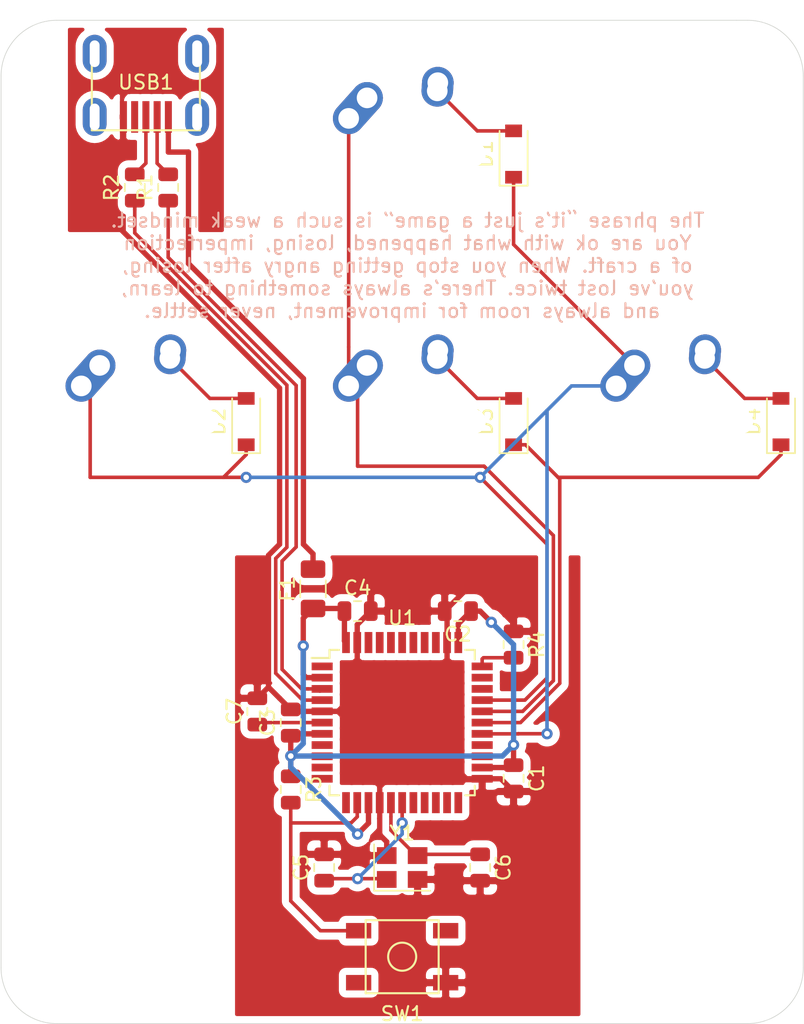
<source format=kicad_pcb>
(kicad_pcb (version 20171130) (host pcbnew "(5.1.4)-1")

  (general
    (thickness 1.6)
    (drawings 10)
    (tracks 190)
    (zones 0)
    (modules 24)
    (nets 43)
  )

  (page A4)
  (layers
    (0 F.Cu signal)
    (31 B.Cu signal)
    (32 B.Adhes user)
    (33 F.Adhes user)
    (34 B.Paste user)
    (35 F.Paste user)
    (36 B.SilkS user hide)
    (37 F.SilkS user hide)
    (38 B.Mask user)
    (39 F.Mask user)
    (40 Dwgs.User user)
    (41 Cmts.User user)
    (42 Eco1.User user)
    (43 Eco2.User user)
    (44 Edge.Cuts user)
    (45 Margin user)
    (46 B.CrtYd user)
    (47 F.CrtYd user)
    (48 B.Fab user)
    (49 F.Fab user)
  )

  (setup
    (last_trace_width 0.254)
    (trace_clearance 0.2)
    (zone_clearance 0.508)
    (zone_45_only no)
    (trace_min 0.2)
    (via_size 0.8)
    (via_drill 0.4)
    (via_min_size 0.4)
    (via_min_drill 0.3)
    (uvia_size 0.3)
    (uvia_drill 0.1)
    (uvias_allowed no)
    (uvia_min_size 0.2)
    (uvia_min_drill 0.1)
    (edge_width 0.05)
    (segment_width 0.2)
    (pcb_text_width 0.3)
    (pcb_text_size 1.5 1.5)
    (mod_edge_width 0.12)
    (mod_text_size 1 1)
    (mod_text_width 0.15)
    (pad_size 1.524 1.524)
    (pad_drill 0.762)
    (pad_to_mask_clearance 0.051)
    (solder_mask_min_width 0.25)
    (aux_axis_origin 0 0)
    (visible_elements 7FFFFFDF)
    (pcbplotparams
      (layerselection 0x010f0_ffffffff)
      (usegerberextensions true)
      (usegerberattributes false)
      (usegerberadvancedattributes false)
      (creategerberjobfile false)
      (excludeedgelayer true)
      (linewidth 0.020000)
      (plotframeref false)
      (viasonmask false)
      (mode 1)
      (useauxorigin false)
      (hpglpennumber 1)
      (hpglpenspeed 20)
      (hpglpendiameter 15.000000)
      (psnegative false)
      (psa4output false)
      (plotreference true)
      (plotvalue true)
      (plotinvisibletext false)
      (padsonsilk false)
      (subtractmaskfromsilk true)
      (outputformat 1)
      (mirror false)
      (drillshape 0)
      (scaleselection 1)
      (outputdirectory "Gerbers/"))
  )

  (net 0 "")
  (net 1 GND)
  (net 2 +5V)
  (net 3 "Net-(C5-Pad1)")
  (net 4 "Net-(C6-Pad1)")
  (net 5 "Net-(C7-Pad1)")
  (net 6 "Net-(D1-Pad2)")
  (net 7 "Net-(D2-Pad2)")
  (net 8 ROW1)
  (net 9 "Net-(D3-Pad2)")
  (net 10 VCC)
  (net 11 COL0)
  (net 12 COL1)
  (net 13 D-)
  (net 14 "Net-(R1-Pad1)")
  (net 15 D+)
  (net 16 "Net-(R2-Pad1)")
  (net 17 "Net-(R3-Pad2)")
  (net 18 "Net-(R4-Pad2)")
  (net 19 "Net-(U1-Pad42)")
  (net 20 "Net-(U1-Pad41)")
  (net 21 "Net-(U1-Pad40)")
  (net 22 "Net-(U1-Pad39)")
  (net 23 "Net-(U1-Pad38)")
  (net 24 "Net-(U1-Pad37)")
  (net 25 "Net-(U1-Pad36)")
  (net 26 "Net-(U1-Pad26)")
  (net 27 "Net-(U1-Pad25)")
  (net 28 "Net-(U1-Pad22)")
  (net 29 "Net-(U1-Pad21)")
  (net 30 "Net-(U1-Pad20)")
  (net 31 "Net-(U1-Pad19)")
  (net 32 "Net-(U1-Pad18)")
  (net 33 "Net-(U1-Pad12)")
  (net 34 "Net-(U1-Pad11)")
  (net 35 "Net-(U1-Pad10)")
  (net 36 "Net-(U1-Pad9)")
  (net 37 "Net-(U1-Pad8)")
  (net 38 "Net-(U1-Pad1)")
  (net 39 "Net-(USB1-Pad6)")
  (net 40 "Net-(USB1-Pad2)")
  (net 41 "Net-(U1-Pad31)")
  (net 42 "Net-(U1-Pad32)")

  (net_class Default "This is the default net class."
    (clearance 0.2)
    (trace_width 0.254)
    (via_dia 0.8)
    (via_drill 0.4)
    (uvia_dia 0.3)
    (uvia_drill 0.1)
    (add_net COL0)
    (add_net COL1)
    (add_net D+)
    (add_net D-)
    (add_net "Net-(C5-Pad1)")
    (add_net "Net-(C6-Pad1)")
    (add_net "Net-(C7-Pad1)")
    (add_net "Net-(D1-Pad2)")
    (add_net "Net-(D2-Pad2)")
    (add_net "Net-(D3-Pad2)")
    (add_net "Net-(R1-Pad1)")
    (add_net "Net-(R2-Pad1)")
    (add_net "Net-(R3-Pad2)")
    (add_net "Net-(R4-Pad2)")
    (add_net "Net-(U1-Pad1)")
    (add_net "Net-(U1-Pad10)")
    (add_net "Net-(U1-Pad11)")
    (add_net "Net-(U1-Pad12)")
    (add_net "Net-(U1-Pad18)")
    (add_net "Net-(U1-Pad19)")
    (add_net "Net-(U1-Pad20)")
    (add_net "Net-(U1-Pad21)")
    (add_net "Net-(U1-Pad22)")
    (add_net "Net-(U1-Pad25)")
    (add_net "Net-(U1-Pad26)")
    (add_net "Net-(U1-Pad31)")
    (add_net "Net-(U1-Pad32)")
    (add_net "Net-(U1-Pad36)")
    (add_net "Net-(U1-Pad37)")
    (add_net "Net-(U1-Pad38)")
    (add_net "Net-(U1-Pad39)")
    (add_net "Net-(U1-Pad40)")
    (add_net "Net-(U1-Pad41)")
    (add_net "Net-(U1-Pad42)")
    (add_net "Net-(U1-Pad8)")
    (add_net "Net-(U1-Pad9)")
    (add_net "Net-(USB1-Pad2)")
    (add_net "Net-(USB1-Pad6)")
    (add_net ROW1)
  )

  (net_class Power ""
    (clearance 0.2)
    (trace_width 0.381)
    (via_dia 0.8)
    (via_drill 0.4)
    (uvia_dia 0.3)
    (uvia_drill 0.1)
    (add_net +5V)
    (add_net GND)
    (add_net VCC)
  )

  (module MX_Alps_Hybrid:MX-1U-NoLED (layer F.Cu) (tedit 5A9F5203) (tstamp 63522075)
    (at 146.05 123.825)
    (path /63559CA6)
    (fp_text reference MX4 (at 0 3.175) (layer Dwgs.User)
      (effects (font (size 1 1) (thickness 0.15)))
    )
    (fp_text value MX-NoLED (at 0 -7.9375) (layer Dwgs.User)
      (effects (font (size 1 1) (thickness 0.15)))
    )
    (fp_line (start 5 -7) (end 7 -7) (layer Dwgs.User) (width 0.15))
    (fp_line (start 7 -7) (end 7 -5) (layer Dwgs.User) (width 0.15))
    (fp_line (start 5 7) (end 7 7) (layer Dwgs.User) (width 0.15))
    (fp_line (start 7 7) (end 7 5) (layer Dwgs.User) (width 0.15))
    (fp_line (start -7 5) (end -7 7) (layer Dwgs.User) (width 0.15))
    (fp_line (start -7 7) (end -5 7) (layer Dwgs.User) (width 0.15))
    (fp_line (start -5 -7) (end -7 -7) (layer Dwgs.User) (width 0.15))
    (fp_line (start -7 -7) (end -7 -5) (layer Dwgs.User) (width 0.15))
    (fp_line (start -9.525 -9.525) (end 9.525 -9.525) (layer Dwgs.User) (width 0.15))
    (fp_line (start 9.525 -9.525) (end 9.525 9.525) (layer Dwgs.User) (width 0.15))
    (fp_line (start 9.525 9.525) (end -9.525 9.525) (layer Dwgs.User) (width 0.15))
    (fp_line (start -9.525 9.525) (end -9.525 -9.525) (layer Dwgs.User) (width 0.15))
    (pad 2 thru_hole oval (at 2.5 -4.5 86.0548) (size 2.831378 2.25) (drill 1.47 (offset 0.290689 0)) (layers *.Cu B.Mask)
      (net 12 COL1))
    (pad 2 thru_hole circle (at 2.54 -5.08) (size 2.25 2.25) (drill 1.47) (layers *.Cu B.Mask)
      (net 12 COL1))
    (pad 1 thru_hole oval (at -3.81 -2.54 48.0996) (size 4.211556 2.25) (drill 1.47 (offset 0.980778 0)) (layers *.Cu B.Mask)
      (net 12 COL1))
    (pad "" np_thru_hole circle (at 0 0) (size 3.9878 3.9878) (drill 3.9878) (layers *.Cu *.Mask))
    (pad 1 thru_hole circle (at -2.5 -4) (size 2.25 2.25) (drill 1.47) (layers *.Cu B.Mask)
      (net 12 COL1))
    (pad "" np_thru_hole circle (at -5.08 0 48.0996) (size 1.75 1.75) (drill 1.75) (layers *.Cu *.Mask))
    (pad "" np_thru_hole circle (at 5.08 0 48.0996) (size 1.75 1.75) (drill 1.75) (layers *.Cu *.Mask))
  )

  (module Fuse:Fuse_1206_3216Metric (layer F.Cu) (tedit 5B301BBE) (tstamp 6351E7CA)
    (at 120.65 135.73125 90)
    (descr "Fuse SMD 1206 (3216 Metric), square (rectangular) end terminal, IPC_7351 nominal, (Body size source: http://www.tortai-tech.com/upload/download/2011102023233369053.pdf), generated with kicad-footprint-generator")
    (tags resistor)
    (path /6353F2F1)
    (attr smd)
    (fp_text reference F1 (at 0 -1.82 90) (layer F.SilkS)
      (effects (font (size 1 1) (thickness 0.15)))
    )
    (fp_text value 500mA (at 0 1.82 90) (layer F.Fab)
      (effects (font (size 1 1) (thickness 0.15)))
    )
    (fp_text user %R (at 0 0 90) (layer F.Fab)
      (effects (font (size 0.8 0.8) (thickness 0.12)))
    )
    (fp_line (start 2.28 1.12) (end -2.28 1.12) (layer F.CrtYd) (width 0.05))
    (fp_line (start 2.28 -1.12) (end 2.28 1.12) (layer F.CrtYd) (width 0.05))
    (fp_line (start -2.28 -1.12) (end 2.28 -1.12) (layer F.CrtYd) (width 0.05))
    (fp_line (start -2.28 1.12) (end -2.28 -1.12) (layer F.CrtYd) (width 0.05))
    (fp_line (start -0.602064 0.91) (end 0.602064 0.91) (layer F.SilkS) (width 0.12))
    (fp_line (start -0.602064 -0.91) (end 0.602064 -0.91) (layer F.SilkS) (width 0.12))
    (fp_line (start 1.6 0.8) (end -1.6 0.8) (layer F.Fab) (width 0.1))
    (fp_line (start 1.6 -0.8) (end 1.6 0.8) (layer F.Fab) (width 0.1))
    (fp_line (start -1.6 -0.8) (end 1.6 -0.8) (layer F.Fab) (width 0.1))
    (fp_line (start -1.6 0.8) (end -1.6 -0.8) (layer F.Fab) (width 0.1))
    (pad 2 smd roundrect (at 1.4 0 90) (size 1.25 1.75) (layers F.Cu F.Paste F.Mask) (roundrect_rratio 0.2)
      (net 10 VCC))
    (pad 1 smd roundrect (at -1.4 0 90) (size 1.25 1.75) (layers F.Cu F.Paste F.Mask) (roundrect_rratio 0.2)
      (net 2 +5V))
    (model ${KISYS3DMOD}/Fuse.3dshapes/Fuse_1206_3216Metric.wrl
      (at (xyz 0 0 0))
      (scale (xyz 1 1 1))
      (rotate (xyz 0 0 0))
    )
  )

  (module Resistor_SMD:R_0805_2012Metric (layer F.Cu) (tedit 5B36C52B) (tstamp 6351E79A)
    (at 110.33125 107.15625 90)
    (descr "Resistor SMD 0805 (2012 Metric), square (rectangular) end terminal, IPC_7351 nominal, (Body size source: https://docs.google.com/spreadsheets/d/1BsfQQcO9C6DZCsRaXUlFlo91Tg2WpOkGARC1WS5S8t0/edit?usp=sharing), generated with kicad-footprint-generator")
    (tags resistor)
    (path /6341B15B)
    (attr smd)
    (fp_text reference R1 (at 0 -1.65 90) (layer F.SilkS)
      (effects (font (size 1 1) (thickness 0.15)))
    )
    (fp_text value 22 (at 0 1.65 90) (layer F.Fab)
      (effects (font (size 1 1) (thickness 0.15)))
    )
    (fp_text user %R (at 0 0 90) (layer F.Fab)
      (effects (font (size 0.5 0.5) (thickness 0.08)))
    )
    (fp_line (start 1.68 0.95) (end -1.68 0.95) (layer F.CrtYd) (width 0.05))
    (fp_line (start 1.68 -0.95) (end 1.68 0.95) (layer F.CrtYd) (width 0.05))
    (fp_line (start -1.68 -0.95) (end 1.68 -0.95) (layer F.CrtYd) (width 0.05))
    (fp_line (start -1.68 0.95) (end -1.68 -0.95) (layer F.CrtYd) (width 0.05))
    (fp_line (start -0.258578 0.71) (end 0.258578 0.71) (layer F.SilkS) (width 0.12))
    (fp_line (start -0.258578 -0.71) (end 0.258578 -0.71) (layer F.SilkS) (width 0.12))
    (fp_line (start 1 0.6) (end -1 0.6) (layer F.Fab) (width 0.1))
    (fp_line (start 1 -0.6) (end 1 0.6) (layer F.Fab) (width 0.1))
    (fp_line (start -1 -0.6) (end 1 -0.6) (layer F.Fab) (width 0.1))
    (fp_line (start -1 0.6) (end -1 -0.6) (layer F.Fab) (width 0.1))
    (pad 2 smd roundrect (at 0.9375 0 90) (size 0.975 1.4) (layers F.Cu F.Paste F.Mask) (roundrect_rratio 0.25)
      (net 13 D-))
    (pad 1 smd roundrect (at -0.9375 0 90) (size 0.975 1.4) (layers F.Cu F.Paste F.Mask) (roundrect_rratio 0.25)
      (net 14 "Net-(R1-Pad1)"))
    (model ${KISYS3DMOD}/Resistor_SMD.3dshapes/R_0805_2012Metric.wrl
      (at (xyz 0 0 0))
      (scale (xyz 1 1 1))
      (rotate (xyz 0 0 0))
    )
  )

  (module MX_Alps_Hybrid:MX-1U-NoLED (layer F.Cu) (tedit 5A9F5203) (tstamp 6352205E)
    (at 127 123.825)
    (path /63552C0D)
    (fp_text reference MX3 (at 0 3.175) (layer Dwgs.User)
      (effects (font (size 1 1) (thickness 0.15)))
    )
    (fp_text value MX-NoLED (at 0 -7.9375) (layer Dwgs.User)
      (effects (font (size 1 1) (thickness 0.15)))
    )
    (fp_line (start 5 -7) (end 7 -7) (layer Dwgs.User) (width 0.15))
    (fp_line (start 7 -7) (end 7 -5) (layer Dwgs.User) (width 0.15))
    (fp_line (start 5 7) (end 7 7) (layer Dwgs.User) (width 0.15))
    (fp_line (start 7 7) (end 7 5) (layer Dwgs.User) (width 0.15))
    (fp_line (start -7 5) (end -7 7) (layer Dwgs.User) (width 0.15))
    (fp_line (start -7 7) (end -5 7) (layer Dwgs.User) (width 0.15))
    (fp_line (start -5 -7) (end -7 -7) (layer Dwgs.User) (width 0.15))
    (fp_line (start -7 -7) (end -7 -5) (layer Dwgs.User) (width 0.15))
    (fp_line (start -9.525 -9.525) (end 9.525 -9.525) (layer Dwgs.User) (width 0.15))
    (fp_line (start 9.525 -9.525) (end 9.525 9.525) (layer Dwgs.User) (width 0.15))
    (fp_line (start 9.525 9.525) (end -9.525 9.525) (layer Dwgs.User) (width 0.15))
    (fp_line (start -9.525 9.525) (end -9.525 -9.525) (layer Dwgs.User) (width 0.15))
    (pad 2 thru_hole oval (at 2.5 -4.5 86.0548) (size 2.831378 2.25) (drill 1.47 (offset 0.290689 0)) (layers *.Cu B.Mask)
      (net 9 "Net-(D3-Pad2)"))
    (pad 2 thru_hole circle (at 2.54 -5.08) (size 2.25 2.25) (drill 1.47) (layers *.Cu B.Mask)
      (net 9 "Net-(D3-Pad2)"))
    (pad 1 thru_hole oval (at -3.81 -2.54 48.0996) (size 4.211556 2.25) (drill 1.47 (offset 0.980778 0)) (layers *.Cu B.Mask)
      (net 11 COL0))
    (pad "" np_thru_hole circle (at 0 0) (size 3.9878 3.9878) (drill 3.9878) (layers *.Cu *.Mask))
    (pad 1 thru_hole circle (at -2.5 -4) (size 2.25 2.25) (drill 1.47) (layers *.Cu B.Mask)
      (net 11 COL0))
    (pad "" np_thru_hole circle (at -5.08 0 48.0996) (size 1.75 1.75) (drill 1.75) (layers *.Cu *.Mask))
    (pad "" np_thru_hole circle (at 5.08 0 48.0996) (size 1.75 1.75) (drill 1.75) (layers *.Cu *.Mask))
  )

  (module Package_QFP:TQFP-44_10x10mm_P0.8mm (layer F.Cu) (tedit 5A02F146) (tstamp 6352211A)
    (at 127 145.25625)
    (descr "44-Lead Plastic Thin Quad Flatpack (PT) - 10x10x1.0 mm Body [TQFP] (see Microchip Packaging Specification 00000049BS.pdf)")
    (tags "QFP 0.8")
    (path /63407739)
    (attr smd)
    (fp_text reference U1 (at 0 -7.45) (layer F.SilkS)
      (effects (font (size 1 1) (thickness 0.15)))
    )
    (fp_text value ATmega32U4-AU (at 0 7.45) (layer F.Fab)
      (effects (font (size 1 1) (thickness 0.15)))
    )
    (fp_text user %R (at 0 0) (layer F.Fab)
      (effects (font (size 1 1) (thickness 0.15)))
    )
    (fp_line (start -4 -5) (end 5 -5) (layer F.Fab) (width 0.15))
    (fp_line (start 5 -5) (end 5 5) (layer F.Fab) (width 0.15))
    (fp_line (start 5 5) (end -5 5) (layer F.Fab) (width 0.15))
    (fp_line (start -5 5) (end -5 -4) (layer F.Fab) (width 0.15))
    (fp_line (start -5 -4) (end -4 -5) (layer F.Fab) (width 0.15))
    (fp_line (start -6.7 -6.7) (end -6.7 6.7) (layer F.CrtYd) (width 0.05))
    (fp_line (start 6.7 -6.7) (end 6.7 6.7) (layer F.CrtYd) (width 0.05))
    (fp_line (start -6.7 -6.7) (end 6.7 -6.7) (layer F.CrtYd) (width 0.05))
    (fp_line (start -6.7 6.7) (end 6.7 6.7) (layer F.CrtYd) (width 0.05))
    (fp_line (start -5.175 -5.175) (end -5.175 -4.6) (layer F.SilkS) (width 0.15))
    (fp_line (start 5.175 -5.175) (end 5.175 -4.5) (layer F.SilkS) (width 0.15))
    (fp_line (start 5.175 5.175) (end 5.175 4.5) (layer F.SilkS) (width 0.15))
    (fp_line (start -5.175 5.175) (end -5.175 4.5) (layer F.SilkS) (width 0.15))
    (fp_line (start -5.175 -5.175) (end -4.5 -5.175) (layer F.SilkS) (width 0.15))
    (fp_line (start -5.175 5.175) (end -4.5 5.175) (layer F.SilkS) (width 0.15))
    (fp_line (start 5.175 5.175) (end 4.5 5.175) (layer F.SilkS) (width 0.15))
    (fp_line (start 5.175 -5.175) (end 4.5 -5.175) (layer F.SilkS) (width 0.15))
    (fp_line (start -5.175 -4.6) (end -6.45 -4.6) (layer F.SilkS) (width 0.15))
    (pad 1 smd rect (at -5.7 -4) (size 1.5 0.55) (layers F.Cu F.Paste F.Mask)
      (net 38 "Net-(U1-Pad1)"))
    (pad 2 smd rect (at -5.7 -3.2) (size 1.5 0.55) (layers F.Cu F.Paste F.Mask)
      (net 2 +5V))
    (pad 3 smd rect (at -5.7 -2.4) (size 1.5 0.55) (layers F.Cu F.Paste F.Mask)
      (net 14 "Net-(R1-Pad1)"))
    (pad 4 smd rect (at -5.7 -1.6) (size 1.5 0.55) (layers F.Cu F.Paste F.Mask)
      (net 16 "Net-(R2-Pad1)"))
    (pad 5 smd rect (at -5.7 -0.8) (size 1.5 0.55) (layers F.Cu F.Paste F.Mask)
      (net 1 GND))
    (pad 6 smd rect (at -5.7 0) (size 1.5 0.55) (layers F.Cu F.Paste F.Mask)
      (net 5 "Net-(C7-Pad1)"))
    (pad 7 smd rect (at -5.7 0.8) (size 1.5 0.55) (layers F.Cu F.Paste F.Mask)
      (net 2 +5V))
    (pad 8 smd rect (at -5.7 1.6) (size 1.5 0.55) (layers F.Cu F.Paste F.Mask)
      (net 37 "Net-(U1-Pad8)"))
    (pad 9 smd rect (at -5.7 2.4) (size 1.5 0.55) (layers F.Cu F.Paste F.Mask)
      (net 36 "Net-(U1-Pad9)"))
    (pad 10 smd rect (at -5.7 3.2) (size 1.5 0.55) (layers F.Cu F.Paste F.Mask)
      (net 35 "Net-(U1-Pad10)"))
    (pad 11 smd rect (at -5.7 4) (size 1.5 0.55) (layers F.Cu F.Paste F.Mask)
      (net 34 "Net-(U1-Pad11)"))
    (pad 12 smd rect (at -4 5.7 90) (size 1.5 0.55) (layers F.Cu F.Paste F.Mask)
      (net 33 "Net-(U1-Pad12)"))
    (pad 13 smd rect (at -3.2 5.7 90) (size 1.5 0.55) (layers F.Cu F.Paste F.Mask)
      (net 17 "Net-(R3-Pad2)"))
    (pad 14 smd rect (at -2.4 5.7 90) (size 1.5 0.55) (layers F.Cu F.Paste F.Mask)
      (net 2 +5V))
    (pad 15 smd rect (at -1.6 5.7 90) (size 1.5 0.55) (layers F.Cu F.Paste F.Mask)
      (net 1 GND))
    (pad 16 smd rect (at -0.8 5.7 90) (size 1.5 0.55) (layers F.Cu F.Paste F.Mask)
      (net 4 "Net-(C6-Pad1)"))
    (pad 17 smd rect (at 0 5.7 90) (size 1.5 0.55) (layers F.Cu F.Paste F.Mask)
      (net 3 "Net-(C5-Pad1)"))
    (pad 18 smd rect (at 0.8 5.7 90) (size 1.5 0.55) (layers F.Cu F.Paste F.Mask)
      (net 32 "Net-(U1-Pad18)"))
    (pad 19 smd rect (at 1.6 5.7 90) (size 1.5 0.55) (layers F.Cu F.Paste F.Mask)
      (net 31 "Net-(U1-Pad19)"))
    (pad 20 smd rect (at 2.4 5.7 90) (size 1.5 0.55) (layers F.Cu F.Paste F.Mask)
      (net 30 "Net-(U1-Pad20)"))
    (pad 21 smd rect (at 3.2 5.7 90) (size 1.5 0.55) (layers F.Cu F.Paste F.Mask)
      (net 29 "Net-(U1-Pad21)"))
    (pad 22 smd rect (at 4 5.7 90) (size 1.5 0.55) (layers F.Cu F.Paste F.Mask)
      (net 28 "Net-(U1-Pad22)"))
    (pad 23 smd rect (at 5.7 4) (size 1.5 0.55) (layers F.Cu F.Paste F.Mask)
      (net 1 GND))
    (pad 24 smd rect (at 5.7 3.2) (size 1.5 0.55) (layers F.Cu F.Paste F.Mask)
      (net 2 +5V))
    (pad 25 smd rect (at 5.7 2.4) (size 1.5 0.55) (layers F.Cu F.Paste F.Mask)
      (net 27 "Net-(U1-Pad25)"))
    (pad 26 smd rect (at 5.7 1.6) (size 1.5 0.55) (layers F.Cu F.Paste F.Mask)
      (net 26 "Net-(U1-Pad26)"))
    (pad 27 smd rect (at 5.7 0.8) (size 1.5 0.55) (layers F.Cu F.Paste F.Mask)
      (net 12 COL1))
    (pad 28 smd rect (at 5.7 0) (size 1.5 0.55) (layers F.Cu F.Paste F.Mask)
      (net 8 ROW1))
    (pad 29 smd rect (at 5.7 -0.8) (size 1.5 0.55) (layers F.Cu F.Paste F.Mask)
      (net 11 COL0))
    (pad 30 smd rect (at 5.7 -1.6) (size 1.5 0.55) (layers F.Cu F.Paste F.Mask)
      (net 12 COL1))
    (pad 31 smd rect (at 5.7 -2.4) (size 1.5 0.55) (layers F.Cu F.Paste F.Mask)
      (net 41 "Net-(U1-Pad31)"))
    (pad 32 smd rect (at 5.7 -3.2) (size 1.5 0.55) (layers F.Cu F.Paste F.Mask)
      (net 42 "Net-(U1-Pad32)"))
    (pad 33 smd rect (at 5.7 -4) (size 1.5 0.55) (layers F.Cu F.Paste F.Mask)
      (net 18 "Net-(R4-Pad2)"))
    (pad 34 smd rect (at 4 -5.7 90) (size 1.5 0.55) (layers F.Cu F.Paste F.Mask)
      (net 2 +5V))
    (pad 35 smd rect (at 3.2 -5.7 90) (size 1.5 0.55) (layers F.Cu F.Paste F.Mask)
      (net 1 GND))
    (pad 36 smd rect (at 2.4 -5.7 90) (size 1.5 0.55) (layers F.Cu F.Paste F.Mask)
      (net 25 "Net-(U1-Pad36)"))
    (pad 37 smd rect (at 1.6 -5.7 90) (size 1.5 0.55) (layers F.Cu F.Paste F.Mask)
      (net 24 "Net-(U1-Pad37)"))
    (pad 38 smd rect (at 0.8 -5.7 90) (size 1.5 0.55) (layers F.Cu F.Paste F.Mask)
      (net 23 "Net-(U1-Pad38)"))
    (pad 39 smd rect (at 0 -5.7 90) (size 1.5 0.55) (layers F.Cu F.Paste F.Mask)
      (net 22 "Net-(U1-Pad39)"))
    (pad 40 smd rect (at -0.8 -5.7 90) (size 1.5 0.55) (layers F.Cu F.Paste F.Mask)
      (net 21 "Net-(U1-Pad40)"))
    (pad 41 smd rect (at -1.6 -5.7 90) (size 1.5 0.55) (layers F.Cu F.Paste F.Mask)
      (net 20 "Net-(U1-Pad41)"))
    (pad 42 smd rect (at -2.4 -5.7 90) (size 1.5 0.55) (layers F.Cu F.Paste F.Mask)
      (net 19 "Net-(U1-Pad42)"))
    (pad 43 smd rect (at -3.2 -5.7 90) (size 1.5 0.55) (layers F.Cu F.Paste F.Mask)
      (net 1 GND))
    (pad 44 smd rect (at -4 -5.7 90) (size 1.5 0.55) (layers F.Cu F.Paste F.Mask)
      (net 2 +5V))
    (model ${KISYS3DMOD}/Package_QFP.3dshapes/TQFP-44_10x10mm_P0.8mm.wrl
      (at (xyz 0 0 0))
      (scale (xyz 1 1 1))
      (rotate (xyz 0 0 0))
    )
  )

  (module Crystal:Crystal_SMD_3225-4Pin_3.2x2.5mm (layer F.Cu) (tedit 5A0FD1B2) (tstamp 6352214E)
    (at 127 155.575)
    (descr "SMD Crystal SERIES SMD3225/4 http://www.txccrystal.com/images/pdf/7m-accuracy.pdf, 3.2x2.5mm^2 package")
    (tags "SMD SMT crystal")
    (path /6352765E)
    (attr smd)
    (fp_text reference Y1 (at 0 -2.45) (layer F.SilkS)
      (effects (font (size 1 1) (thickness 0.15)))
    )
    (fp_text value 16MHz (at 0 2.45) (layer F.Fab)
      (effects (font (size 1 1) (thickness 0.15)))
    )
    (fp_text user %R (at 0 0) (layer F.Fab)
      (effects (font (size 0.7 0.7) (thickness 0.105)))
    )
    (fp_line (start -1.6 -1.25) (end -1.6 1.25) (layer F.Fab) (width 0.1))
    (fp_line (start -1.6 1.25) (end 1.6 1.25) (layer F.Fab) (width 0.1))
    (fp_line (start 1.6 1.25) (end 1.6 -1.25) (layer F.Fab) (width 0.1))
    (fp_line (start 1.6 -1.25) (end -1.6 -1.25) (layer F.Fab) (width 0.1))
    (fp_line (start -1.6 0.25) (end -0.6 1.25) (layer F.Fab) (width 0.1))
    (fp_line (start -2 -1.65) (end -2 1.65) (layer F.SilkS) (width 0.12))
    (fp_line (start -2 1.65) (end 2 1.65) (layer F.SilkS) (width 0.12))
    (fp_line (start -2.1 -1.7) (end -2.1 1.7) (layer F.CrtYd) (width 0.05))
    (fp_line (start -2.1 1.7) (end 2.1 1.7) (layer F.CrtYd) (width 0.05))
    (fp_line (start 2.1 1.7) (end 2.1 -1.7) (layer F.CrtYd) (width 0.05))
    (fp_line (start 2.1 -1.7) (end -2.1 -1.7) (layer F.CrtYd) (width 0.05))
    (pad 1 smd rect (at -1.1 0.85) (size 1.4 1.2) (layers F.Cu F.Paste F.Mask)
      (net 3 "Net-(C5-Pad1)"))
    (pad 2 smd rect (at 1.1 0.85) (size 1.4 1.2) (layers F.Cu F.Paste F.Mask)
      (net 1 GND))
    (pad 3 smd rect (at 1.1 -0.85) (size 1.4 1.2) (layers F.Cu F.Paste F.Mask)
      (net 4 "Net-(C6-Pad1)"))
    (pad 4 smd rect (at -1.1 -0.85) (size 1.4 1.2) (layers F.Cu F.Paste F.Mask)
      (net 1 GND))
    (model ${KISYS3DMOD}/Crystal.3dshapes/Crystal_SMD_3225-4Pin_3.2x2.5mm.wrl
      (at (xyz 0 0 0))
      (scale (xyz 1 1 1))
      (rotate (xyz 0 0 0))
    )
  )

  (module random-keyboard-parts:Molex-0548190589 (layer F.Cu) (tedit 5C494815) (tstamp 6352213A)
    (at 108.74375 97.63125 270)
    (path /6353D7B6)
    (attr smd)
    (fp_text reference USB1 (at 2.032 0) (layer F.SilkS)
      (effects (font (size 1 1) (thickness 0.15)))
    )
    (fp_text value Molex-0548190589 (at -5.08 0) (layer Dwgs.User)
      (effects (font (size 1 1) (thickness 0.15)))
    )
    (fp_line (start -3.75 -3.85) (end -3.75 3.85) (layer Dwgs.User) (width 0.15))
    (fp_line (start -1.75 -4.572) (end -1.75 4.572) (layer Dwgs.User) (width 0.15))
    (fp_line (start -3.75 3.85) (end 0 3.85) (layer Dwgs.User) (width 0.15))
    (fp_line (start -3.75 -3.85) (end 0 -3.85) (layer Dwgs.User) (width 0.15))
    (fp_line (start 5.45 -3.85) (end 5.45 3.85) (layer F.SilkS) (width 0.15))
    (fp_line (start 0 3.85) (end 5.45 3.85) (layer F.SilkS) (width 0.15))
    (fp_line (start 0 -3.85) (end 5.45 -3.85) (layer F.SilkS) (width 0.15))
    (fp_line (start -3.75 -3.75) (end 5.5 -3.75) (layer F.CrtYd) (width 0.15))
    (fp_line (start 5.5 -3.75) (end 5.5 3.75) (layer F.CrtYd) (width 0.15))
    (fp_line (start 5.5 3.75) (end -3.75 3.75) (layer F.CrtYd) (width 0.15))
    (fp_line (start -3.75 3.75) (end -3.75 -3.75) (layer F.CrtYd) (width 0.15))
    (fp_line (start 5.5 -2) (end 3.25 -2) (layer F.CrtYd) (width 0.15))
    (fp_line (start 3.25 -2) (end 3.25 2) (layer F.CrtYd) (width 0.15))
    (fp_line (start 3.25 2) (end 5.5 2) (layer F.CrtYd) (width 0.15))
    (fp_line (start 5.5 1.25) (end 3.25 1.25) (layer F.CrtYd) (width 0.15))
    (fp_line (start 3.25 0.5) (end 5.5 0.5) (layer F.CrtYd) (width 0.15))
    (fp_line (start 5.5 -0.5) (end 3.25 -0.5) (layer F.CrtYd) (width 0.15))
    (fp_line (start 3.25 -1.25) (end 5.5 -1.25) (layer F.CrtYd) (width 0.15))
    (fp_text user %R (at 2 0) (layer F.CrtYd)
      (effects (font (size 1 1) (thickness 0.15)))
    )
    (pad 1 smd rect (at 4.5 1.6 270) (size 2.25 0.5) (layers F.Cu F.Paste F.Mask)
      (net 1 GND))
    (pad 2 smd rect (at 4.5 0.8 270) (size 2.25 0.5) (layers F.Cu F.Paste F.Mask)
      (net 40 "Net-(USB1-Pad2)"))
    (pad 3 smd rect (at 4.5 0 270) (size 2.25 0.5) (layers F.Cu F.Paste F.Mask)
      (net 15 D+))
    (pad 4 smd rect (at 4.5 -0.8 270) (size 2.25 0.5) (layers F.Cu F.Paste F.Mask)
      (net 13 D-))
    (pad 5 smd rect (at 4.5 -1.6 270) (size 2.25 0.5) (layers F.Cu F.Paste F.Mask)
      (net 10 VCC))
    (pad 6 thru_hole oval (at 4.5 -3.65 270) (size 2.7 1.7) (drill oval 1.9 0.7) (layers *.Cu *.Mask)
      (net 39 "Net-(USB1-Pad6)"))
    (pad 6 thru_hole oval (at 4.5 3.65 270) (size 2.7 1.7) (drill oval 1.9 0.7) (layers *.Cu *.Mask)
      (net 39 "Net-(USB1-Pad6)"))
    (pad 6 thru_hole oval (at 0 3.65 270) (size 2.7 1.7) (drill oval 1.9 0.7) (layers *.Cu *.Mask)
      (net 39 "Net-(USB1-Pad6)"))
    (pad 6 thru_hole oval (at 0 -3.65 270) (size 2.7 1.7) (drill oval 1.9 0.7) (layers *.Cu *.Mask)
      (net 39 "Net-(USB1-Pad6)"))
  )

  (module random-keyboard-parts:SKQG-1155865 (layer F.Cu) (tedit 5E62B398) (tstamp 635220D7)
    (at 127 161.925)
    (path /6353358D)
    (attr smd)
    (fp_text reference SW1 (at 0 4.064) (layer F.SilkS)
      (effects (font (size 1 1) (thickness 0.15)))
    )
    (fp_text value SW_Push (at 0 -4.064) (layer F.Fab)
      (effects (font (size 1 1) (thickness 0.15)))
    )
    (fp_line (start -2.6 1.1) (end -1.1 2.6) (layer F.Fab) (width 0.15))
    (fp_line (start 2.6 1.1) (end 1.1 2.6) (layer F.Fab) (width 0.15))
    (fp_line (start 2.6 -1.1) (end 1.1 -2.6) (layer F.Fab) (width 0.15))
    (fp_line (start -2.6 -1.1) (end -1.1 -2.6) (layer F.Fab) (width 0.15))
    (fp_circle (center 0 0) (end 1 0) (layer F.Fab) (width 0.15))
    (fp_line (start -4.2 -1.1) (end -4.2 -2.6) (layer F.Fab) (width 0.15))
    (fp_line (start -2.6 -1.1) (end -4.2 -1.1) (layer F.Fab) (width 0.15))
    (fp_line (start -2.6 1.1) (end -2.6 -1.1) (layer F.Fab) (width 0.15))
    (fp_line (start -4.2 1.1) (end -2.6 1.1) (layer F.Fab) (width 0.15))
    (fp_line (start -4.2 2.6) (end -4.2 1.1) (layer F.Fab) (width 0.15))
    (fp_line (start 4.2 2.6) (end -4.2 2.6) (layer F.Fab) (width 0.15))
    (fp_line (start 4.2 1.1) (end 4.2 2.6) (layer F.Fab) (width 0.15))
    (fp_line (start 2.6 1.1) (end 4.2 1.1) (layer F.Fab) (width 0.15))
    (fp_line (start 2.6 -1.1) (end 2.6 1.1) (layer F.Fab) (width 0.15))
    (fp_line (start 4.2 -1.1) (end 2.6 -1.1) (layer F.Fab) (width 0.15))
    (fp_line (start 4.2 -2.6) (end 4.2 -1.2) (layer F.Fab) (width 0.15))
    (fp_line (start -4.2 -2.6) (end 4.2 -2.6) (layer F.Fab) (width 0.15))
    (fp_circle (center 0 0) (end 1 0) (layer F.SilkS) (width 0.15))
    (fp_line (start -2.6 2.6) (end -2.6 -2.6) (layer F.SilkS) (width 0.15))
    (fp_line (start 2.6 2.6) (end -2.6 2.6) (layer F.SilkS) (width 0.15))
    (fp_line (start 2.6 -2.6) (end 2.6 2.6) (layer F.SilkS) (width 0.15))
    (fp_line (start -2.6 -2.6) (end 2.6 -2.6) (layer F.SilkS) (width 0.15))
    (pad 1 smd rect (at 3.1 1.85) (size 1.8 1.1) (layers F.Cu F.Paste F.Mask)
      (net 1 GND))
    (pad 2 smd rect (at -3.1 -1.85) (size 1.8 1.1) (layers F.Cu F.Paste F.Mask)
      (net 17 "Net-(R3-Pad2)"))
    (pad 3 smd rect (at 3.1 -1.85) (size 1.8 1.1) (layers F.Cu F.Paste F.Mask))
    (pad 4 smd rect (at -3.1 1.85) (size 1.8 1.1) (layers F.Cu F.Paste F.Mask))
    (model ${KISYS3DMOD}/Button_Switch_SMD.3dshapes/SW_SPST_TL3342.step
      (at (xyz 0 0 0))
      (scale (xyz 1 1 1))
      (rotate (xyz 0 0 0))
    )
  )

  (module Resistor_SMD:R_0805_2012Metric (layer F.Cu) (tedit 5B36C52B) (tstamp 635220B9)
    (at 134.9375 139.7 270)
    (descr "Resistor SMD 0805 (2012 Metric), square (rectangular) end terminal, IPC_7351 nominal, (Body size source: https://docs.google.com/spreadsheets/d/1BsfQQcO9C6DZCsRaXUlFlo91Tg2WpOkGARC1WS5S8t0/edit?usp=sharing), generated with kicad-footprint-generator")
    (tags resistor)
    (path /634120A0)
    (attr smd)
    (fp_text reference R4 (at 0 -1.65 90) (layer F.SilkS)
      (effects (font (size 1 1) (thickness 0.15)))
    )
    (fp_text value 10k (at 0 1.65 90) (layer F.Fab)
      (effects (font (size 1 1) (thickness 0.15)))
    )
    (fp_text user %R (at 0 0 90) (layer F.Fab)
      (effects (font (size 0.5 0.5) (thickness 0.08)))
    )
    (fp_line (start 1.68 0.95) (end -1.68 0.95) (layer F.CrtYd) (width 0.05))
    (fp_line (start 1.68 -0.95) (end 1.68 0.95) (layer F.CrtYd) (width 0.05))
    (fp_line (start -1.68 -0.95) (end 1.68 -0.95) (layer F.CrtYd) (width 0.05))
    (fp_line (start -1.68 0.95) (end -1.68 -0.95) (layer F.CrtYd) (width 0.05))
    (fp_line (start -0.258578 0.71) (end 0.258578 0.71) (layer F.SilkS) (width 0.12))
    (fp_line (start -0.258578 -0.71) (end 0.258578 -0.71) (layer F.SilkS) (width 0.12))
    (fp_line (start 1 0.6) (end -1 0.6) (layer F.Fab) (width 0.1))
    (fp_line (start 1 -0.6) (end 1 0.6) (layer F.Fab) (width 0.1))
    (fp_line (start -1 -0.6) (end 1 -0.6) (layer F.Fab) (width 0.1))
    (fp_line (start -1 0.6) (end -1 -0.6) (layer F.Fab) (width 0.1))
    (pad 2 smd roundrect (at 0.9375 0 270) (size 0.975 1.4) (layers F.Cu F.Paste F.Mask) (roundrect_rratio 0.25)
      (net 18 "Net-(R4-Pad2)"))
    (pad 1 smd roundrect (at -0.9375 0 270) (size 0.975 1.4) (layers F.Cu F.Paste F.Mask) (roundrect_rratio 0.25)
      (net 1 GND))
    (model ${KISYS3DMOD}/Resistor_SMD.3dshapes/R_0805_2012Metric.wrl
      (at (xyz 0 0 0))
      (scale (xyz 1 1 1))
      (rotate (xyz 0 0 0))
    )
  )

  (module Resistor_SMD:R_0805_2012Metric (layer F.Cu) (tedit 5B36C52B) (tstamp 635220A8)
    (at 119.0625 150.01875 270)
    (descr "Resistor SMD 0805 (2012 Metric), square (rectangular) end terminal, IPC_7351 nominal, (Body size source: https://docs.google.com/spreadsheets/d/1BsfQQcO9C6DZCsRaXUlFlo91Tg2WpOkGARC1WS5S8t0/edit?usp=sharing), generated with kicad-footprint-generator")
    (tags resistor)
    (path /635389FC)
    (attr smd)
    (fp_text reference R3 (at 0 -1.65 90) (layer F.SilkS)
      (effects (font (size 1 1) (thickness 0.15)))
    )
    (fp_text value 10k (at 0 1.65 90) (layer F.Fab)
      (effects (font (size 1 1) (thickness 0.15)))
    )
    (fp_line (start -1 0.6) (end -1 -0.6) (layer F.Fab) (width 0.1))
    (fp_line (start -1 -0.6) (end 1 -0.6) (layer F.Fab) (width 0.1))
    (fp_line (start 1 -0.6) (end 1 0.6) (layer F.Fab) (width 0.1))
    (fp_line (start 1 0.6) (end -1 0.6) (layer F.Fab) (width 0.1))
    (fp_line (start -0.258578 -0.71) (end 0.258578 -0.71) (layer F.SilkS) (width 0.12))
    (fp_line (start -0.258578 0.71) (end 0.258578 0.71) (layer F.SilkS) (width 0.12))
    (fp_line (start -1.68 0.95) (end -1.68 -0.95) (layer F.CrtYd) (width 0.05))
    (fp_line (start -1.68 -0.95) (end 1.68 -0.95) (layer F.CrtYd) (width 0.05))
    (fp_line (start 1.68 -0.95) (end 1.68 0.95) (layer F.CrtYd) (width 0.05))
    (fp_line (start 1.68 0.95) (end -1.68 0.95) (layer F.CrtYd) (width 0.05))
    (fp_text user %R (at 0 0 90) (layer F.Fab)
      (effects (font (size 0.5 0.5) (thickness 0.08)))
    )
    (pad 1 smd roundrect (at -0.9375 0 270) (size 0.975 1.4) (layers F.Cu F.Paste F.Mask) (roundrect_rratio 0.25)
      (net 2 +5V))
    (pad 2 smd roundrect (at 0.9375 0 270) (size 0.975 1.4) (layers F.Cu F.Paste F.Mask) (roundrect_rratio 0.25)
      (net 17 "Net-(R3-Pad2)"))
    (model ${KISYS3DMOD}/Resistor_SMD.3dshapes/R_0805_2012Metric.wrl
      (at (xyz 0 0 0))
      (scale (xyz 1 1 1))
      (rotate (xyz 0 0 0))
    )
  )

  (module Resistor_SMD:R_0805_2012Metric (layer F.Cu) (tedit 5B36C52B) (tstamp 6351E76A)
    (at 107.95 107.15625 90)
    (descr "Resistor SMD 0805 (2012 Metric), square (rectangular) end terminal, IPC_7351 nominal, (Body size source: https://docs.google.com/spreadsheets/d/1BsfQQcO9C6DZCsRaXUlFlo91Tg2WpOkGARC1WS5S8t0/edit?usp=sharing), generated with kicad-footprint-generator")
    (tags resistor)
    (path /6341A326)
    (attr smd)
    (fp_text reference R2 (at 0 -1.65 90) (layer F.SilkS)
      (effects (font (size 1 1) (thickness 0.15)))
    )
    (fp_text value 22 (at 0 1.65 90) (layer F.Fab)
      (effects (font (size 1 1) (thickness 0.15)))
    )
    (fp_line (start -1 0.6) (end -1 -0.6) (layer F.Fab) (width 0.1))
    (fp_line (start -1 -0.6) (end 1 -0.6) (layer F.Fab) (width 0.1))
    (fp_line (start 1 -0.6) (end 1 0.6) (layer F.Fab) (width 0.1))
    (fp_line (start 1 0.6) (end -1 0.6) (layer F.Fab) (width 0.1))
    (fp_line (start -0.258578 -0.71) (end 0.258578 -0.71) (layer F.SilkS) (width 0.12))
    (fp_line (start -0.258578 0.71) (end 0.258578 0.71) (layer F.SilkS) (width 0.12))
    (fp_line (start -1.68 0.95) (end -1.68 -0.95) (layer F.CrtYd) (width 0.05))
    (fp_line (start -1.68 -0.95) (end 1.68 -0.95) (layer F.CrtYd) (width 0.05))
    (fp_line (start 1.68 -0.95) (end 1.68 0.95) (layer F.CrtYd) (width 0.05))
    (fp_line (start 1.68 0.95) (end -1.68 0.95) (layer F.CrtYd) (width 0.05))
    (fp_text user %R (at 0 0 90) (layer F.Fab)
      (effects (font (size 0.5 0.5) (thickness 0.08)))
    )
    (pad 1 smd roundrect (at -0.9375 0 90) (size 0.975 1.4) (layers F.Cu F.Paste F.Mask) (roundrect_rratio 0.25)
      (net 16 "Net-(R2-Pad1)"))
    (pad 2 smd roundrect (at 0.9375 0 90) (size 0.975 1.4) (layers F.Cu F.Paste F.Mask) (roundrect_rratio 0.25)
      (net 15 D+))
    (model ${KISYS3DMOD}/Resistor_SMD.3dshapes/R_0805_2012Metric.wrl
      (at (xyz 0 0 0))
      (scale (xyz 1 1 1))
      (rotate (xyz 0 0 0))
    )
  )

  (module MX_Alps_Hybrid:MX-1U-NoLED (layer F.Cu) (tedit 5A9F5203) (tstamp 63522047)
    (at 107.95 123.825)
    (path /63556D1C)
    (fp_text reference MX2 (at 0 3.175) (layer Dwgs.User)
      (effects (font (size 1 1) (thickness 0.15)))
    )
    (fp_text value MX-NoLED (at 0 -7.9375) (layer Dwgs.User)
      (effects (font (size 1 1) (thickness 0.15)))
    )
    (fp_line (start 5 -7) (end 7 -7) (layer Dwgs.User) (width 0.15))
    (fp_line (start 7 -7) (end 7 -5) (layer Dwgs.User) (width 0.15))
    (fp_line (start 5 7) (end 7 7) (layer Dwgs.User) (width 0.15))
    (fp_line (start 7 7) (end 7 5) (layer Dwgs.User) (width 0.15))
    (fp_line (start -7 5) (end -7 7) (layer Dwgs.User) (width 0.15))
    (fp_line (start -7 7) (end -5 7) (layer Dwgs.User) (width 0.15))
    (fp_line (start -5 -7) (end -7 -7) (layer Dwgs.User) (width 0.15))
    (fp_line (start -7 -7) (end -7 -5) (layer Dwgs.User) (width 0.15))
    (fp_line (start -9.525 -9.525) (end 9.525 -9.525) (layer Dwgs.User) (width 0.15))
    (fp_line (start 9.525 -9.525) (end 9.525 9.525) (layer Dwgs.User) (width 0.15))
    (fp_line (start 9.525 9.525) (end -9.525 9.525) (layer Dwgs.User) (width 0.15))
    (fp_line (start -9.525 9.525) (end -9.525 -9.525) (layer Dwgs.User) (width 0.15))
    (pad 2 thru_hole oval (at 2.5 -4.5 86.0548) (size 2.831378 2.25) (drill 1.47 (offset 0.290689 0)) (layers *.Cu B.Mask)
      (net 7 "Net-(D2-Pad2)"))
    (pad 2 thru_hole circle (at 2.54 -5.08) (size 2.25 2.25) (drill 1.47) (layers *.Cu B.Mask)
      (net 7 "Net-(D2-Pad2)"))
    (pad 1 thru_hole oval (at -3.81 -2.54 48.0996) (size 4.211556 2.25) (drill 1.47 (offset 0.980778 0)) (layers *.Cu B.Mask)
      (net 12 COL1))
    (pad "" np_thru_hole circle (at 0 0) (size 3.9878 3.9878) (drill 3.9878) (layers *.Cu *.Mask))
    (pad 1 thru_hole circle (at -2.5 -4) (size 2.25 2.25) (drill 1.47) (layers *.Cu B.Mask)
      (net 12 COL1))
    (pad "" np_thru_hole circle (at -5.08 0 48.0996) (size 1.75 1.75) (drill 1.75) (layers *.Cu *.Mask))
    (pad "" np_thru_hole circle (at 5.08 0 48.0996) (size 1.75 1.75) (drill 1.75) (layers *.Cu *.Mask))
  )

  (module MX_Alps_Hybrid:MX-1U-NoLED (layer F.Cu) (tedit 5A9F5203) (tstamp 63522030)
    (at 127 104.775)
    (path /63548E84)
    (fp_text reference MX1 (at 0 3.28125) (layer Dwgs.User)
      (effects (font (size 1 1) (thickness 0.15)))
    )
    (fp_text value MX-NoLED (at 0 -7.9375) (layer Dwgs.User)
      (effects (font (size 1 1) (thickness 0.15)))
    )
    (fp_line (start 5 -7) (end 7 -7) (layer Dwgs.User) (width 0.15))
    (fp_line (start 7 -7) (end 7 -5) (layer Dwgs.User) (width 0.15))
    (fp_line (start 5 7) (end 7 7) (layer Dwgs.User) (width 0.15))
    (fp_line (start 7 7) (end 7 5) (layer Dwgs.User) (width 0.15))
    (fp_line (start -7 5) (end -7 7) (layer Dwgs.User) (width 0.15))
    (fp_line (start -7 7) (end -5 7) (layer Dwgs.User) (width 0.15))
    (fp_line (start -5 -7) (end -7 -7) (layer Dwgs.User) (width 0.15))
    (fp_line (start -7 -7) (end -7 -5) (layer Dwgs.User) (width 0.15))
    (fp_line (start -9.525 -9.525) (end 9.525 -9.525) (layer Dwgs.User) (width 0.15))
    (fp_line (start 9.525 -9.525) (end 9.525 9.525) (layer Dwgs.User) (width 0.15))
    (fp_line (start 9.525 9.525) (end -9.525 9.525) (layer Dwgs.User) (width 0.15))
    (fp_line (start -9.525 9.525) (end -9.525 -9.525) (layer Dwgs.User) (width 0.15))
    (pad 2 thru_hole oval (at 2.5 -4.5 86.0548) (size 2.831378 2.25) (drill 1.47 (offset 0.290689 0)) (layers *.Cu B.Mask)
      (net 6 "Net-(D1-Pad2)"))
    (pad 2 thru_hole circle (at 2.54 -5.08) (size 2.25 2.25) (drill 1.47) (layers *.Cu B.Mask)
      (net 6 "Net-(D1-Pad2)"))
    (pad 1 thru_hole oval (at -3.81 -2.54 48.0996) (size 4.211556 2.25) (drill 1.47 (offset 0.980778 0)) (layers *.Cu B.Mask)
      (net 11 COL0))
    (pad "" np_thru_hole circle (at 0 0) (size 3.9878 3.9878) (drill 3.9878) (layers *.Cu *.Mask))
    (pad 1 thru_hole circle (at -2.5 -4) (size 2.25 2.25) (drill 1.47) (layers *.Cu B.Mask)
      (net 11 COL0))
    (pad "" np_thru_hole circle (at -5.08 0 48.0996) (size 1.75 1.75) (drill 1.75) (layers *.Cu *.Mask))
    (pad "" np_thru_hole circle (at 5.08 0 48.0996) (size 1.75 1.75) (drill 1.75) (layers *.Cu *.Mask))
  )

  (module Diode_SMD:D_SOD-123 (layer F.Cu) (tedit 58645DC7) (tstamp 63522008)
    (at 153.9875 123.825 90)
    (descr SOD-123)
    (tags SOD-123)
    (path /63559CB0)
    (attr smd)
    (fp_text reference D4 (at 0 -2 90) (layer F.SilkS)
      (effects (font (size 1 1) (thickness 0.15)))
    )
    (fp_text value D_Small (at 0 2.1 90) (layer F.Fab)
      (effects (font (size 1 1) (thickness 0.15)))
    )
    (fp_text user %R (at 0 -2 90) (layer F.Fab)
      (effects (font (size 1 1) (thickness 0.15)))
    )
    (fp_line (start -2.25 -1) (end -2.25 1) (layer F.SilkS) (width 0.12))
    (fp_line (start 0.25 0) (end 0.75 0) (layer F.Fab) (width 0.1))
    (fp_line (start 0.25 0.4) (end -0.35 0) (layer F.Fab) (width 0.1))
    (fp_line (start 0.25 -0.4) (end 0.25 0.4) (layer F.Fab) (width 0.1))
    (fp_line (start -0.35 0) (end 0.25 -0.4) (layer F.Fab) (width 0.1))
    (fp_line (start -0.35 0) (end -0.35 0.55) (layer F.Fab) (width 0.1))
    (fp_line (start -0.35 0) (end -0.35 -0.55) (layer F.Fab) (width 0.1))
    (fp_line (start -0.75 0) (end -0.35 0) (layer F.Fab) (width 0.1))
    (fp_line (start -1.4 0.9) (end -1.4 -0.9) (layer F.Fab) (width 0.1))
    (fp_line (start 1.4 0.9) (end -1.4 0.9) (layer F.Fab) (width 0.1))
    (fp_line (start 1.4 -0.9) (end 1.4 0.9) (layer F.Fab) (width 0.1))
    (fp_line (start -1.4 -0.9) (end 1.4 -0.9) (layer F.Fab) (width 0.1))
    (fp_line (start -2.35 -1.15) (end 2.35 -1.15) (layer F.CrtYd) (width 0.05))
    (fp_line (start 2.35 -1.15) (end 2.35 1.15) (layer F.CrtYd) (width 0.05))
    (fp_line (start 2.35 1.15) (end -2.35 1.15) (layer F.CrtYd) (width 0.05))
    (fp_line (start -2.35 -1.15) (end -2.35 1.15) (layer F.CrtYd) (width 0.05))
    (fp_line (start -2.25 1) (end 1.65 1) (layer F.SilkS) (width 0.12))
    (fp_line (start -2.25 -1) (end 1.65 -1) (layer F.SilkS) (width 0.12))
    (pad 1 smd rect (at -1.65 0 90) (size 0.9 1.2) (layers F.Cu F.Paste F.Mask)
      (net 8 ROW1))
    (pad 2 smd rect (at 1.65 0 90) (size 0.9 1.2) (layers F.Cu F.Paste F.Mask)
      (net 12 COL1))
    (model ${KISYS3DMOD}/Diode_SMD.3dshapes/D_SOD-123.wrl
      (at (xyz 0 0 0))
      (scale (xyz 1 1 1))
      (rotate (xyz 0 0 0))
    )
  )

  (module Diode_SMD:D_SOD-123 (layer F.Cu) (tedit 58645DC7) (tstamp 63521FEF)
    (at 134.9375 123.825 90)
    (descr SOD-123)
    (tags SOD-123)
    (path /63552C17)
    (attr smd)
    (fp_text reference D3 (at 0 -2 90) (layer F.SilkS)
      (effects (font (size 1 1) (thickness 0.15)))
    )
    (fp_text value D_Small (at 0 2.1 90) (layer F.Fab)
      (effects (font (size 1 1) (thickness 0.15)))
    )
    (fp_line (start -2.25 -1) (end 1.65 -1) (layer F.SilkS) (width 0.12))
    (fp_line (start -2.25 1) (end 1.65 1) (layer F.SilkS) (width 0.12))
    (fp_line (start -2.35 -1.15) (end -2.35 1.15) (layer F.CrtYd) (width 0.05))
    (fp_line (start 2.35 1.15) (end -2.35 1.15) (layer F.CrtYd) (width 0.05))
    (fp_line (start 2.35 -1.15) (end 2.35 1.15) (layer F.CrtYd) (width 0.05))
    (fp_line (start -2.35 -1.15) (end 2.35 -1.15) (layer F.CrtYd) (width 0.05))
    (fp_line (start -1.4 -0.9) (end 1.4 -0.9) (layer F.Fab) (width 0.1))
    (fp_line (start 1.4 -0.9) (end 1.4 0.9) (layer F.Fab) (width 0.1))
    (fp_line (start 1.4 0.9) (end -1.4 0.9) (layer F.Fab) (width 0.1))
    (fp_line (start -1.4 0.9) (end -1.4 -0.9) (layer F.Fab) (width 0.1))
    (fp_line (start -0.75 0) (end -0.35 0) (layer F.Fab) (width 0.1))
    (fp_line (start -0.35 0) (end -0.35 -0.55) (layer F.Fab) (width 0.1))
    (fp_line (start -0.35 0) (end -0.35 0.55) (layer F.Fab) (width 0.1))
    (fp_line (start -0.35 0) (end 0.25 -0.4) (layer F.Fab) (width 0.1))
    (fp_line (start 0.25 -0.4) (end 0.25 0.4) (layer F.Fab) (width 0.1))
    (fp_line (start 0.25 0.4) (end -0.35 0) (layer F.Fab) (width 0.1))
    (fp_line (start 0.25 0) (end 0.75 0) (layer F.Fab) (width 0.1))
    (fp_line (start -2.25 -1) (end -2.25 1) (layer F.SilkS) (width 0.12))
    (fp_text user %R (at 0 -2 90) (layer F.Fab)
      (effects (font (size 1 1) (thickness 0.15)))
    )
    (pad 2 smd rect (at 1.65 0 90) (size 0.9 1.2) (layers F.Cu F.Paste F.Mask)
      (net 9 "Net-(D3-Pad2)"))
    (pad 1 smd rect (at -1.65 0 90) (size 0.9 1.2) (layers F.Cu F.Paste F.Mask)
      (net 8 ROW1))
    (model ${KISYS3DMOD}/Diode_SMD.3dshapes/D_SOD-123.wrl
      (at (xyz 0 0 0))
      (scale (xyz 1 1 1))
      (rotate (xyz 0 0 0))
    )
  )

  (module Diode_SMD:D_SOD-123 (layer F.Cu) (tedit 58645DC7) (tstamp 63521FD6)
    (at 115.8875 123.825 90)
    (descr SOD-123)
    (tags SOD-123)
    (path /63556D26)
    (attr smd)
    (fp_text reference D2 (at 0 -2 90) (layer F.SilkS)
      (effects (font (size 1 1) (thickness 0.15)))
    )
    (fp_text value D_Small (at 0 2.1 90) (layer F.Fab)
      (effects (font (size 1 1) (thickness 0.15)))
    )
    (fp_text user %R (at 0 -2 90) (layer F.Fab)
      (effects (font (size 1 1) (thickness 0.15)))
    )
    (fp_line (start -2.25 -1) (end -2.25 1) (layer F.SilkS) (width 0.12))
    (fp_line (start 0.25 0) (end 0.75 0) (layer F.Fab) (width 0.1))
    (fp_line (start 0.25 0.4) (end -0.35 0) (layer F.Fab) (width 0.1))
    (fp_line (start 0.25 -0.4) (end 0.25 0.4) (layer F.Fab) (width 0.1))
    (fp_line (start -0.35 0) (end 0.25 -0.4) (layer F.Fab) (width 0.1))
    (fp_line (start -0.35 0) (end -0.35 0.55) (layer F.Fab) (width 0.1))
    (fp_line (start -0.35 0) (end -0.35 -0.55) (layer F.Fab) (width 0.1))
    (fp_line (start -0.75 0) (end -0.35 0) (layer F.Fab) (width 0.1))
    (fp_line (start -1.4 0.9) (end -1.4 -0.9) (layer F.Fab) (width 0.1))
    (fp_line (start 1.4 0.9) (end -1.4 0.9) (layer F.Fab) (width 0.1))
    (fp_line (start 1.4 -0.9) (end 1.4 0.9) (layer F.Fab) (width 0.1))
    (fp_line (start -1.4 -0.9) (end 1.4 -0.9) (layer F.Fab) (width 0.1))
    (fp_line (start -2.35 -1.15) (end 2.35 -1.15) (layer F.CrtYd) (width 0.05))
    (fp_line (start 2.35 -1.15) (end 2.35 1.15) (layer F.CrtYd) (width 0.05))
    (fp_line (start 2.35 1.15) (end -2.35 1.15) (layer F.CrtYd) (width 0.05))
    (fp_line (start -2.35 -1.15) (end -2.35 1.15) (layer F.CrtYd) (width 0.05))
    (fp_line (start -2.25 1) (end 1.65 1) (layer F.SilkS) (width 0.12))
    (fp_line (start -2.25 -1) (end 1.65 -1) (layer F.SilkS) (width 0.12))
    (pad 1 smd rect (at -1.65 0 90) (size 0.9 1.2) (layers F.Cu F.Paste F.Mask)
      (net 12 COL1))
    (pad 2 smd rect (at 1.65 0 90) (size 0.9 1.2) (layers F.Cu F.Paste F.Mask)
      (net 7 "Net-(D2-Pad2)"))
    (model ${KISYS3DMOD}/Diode_SMD.3dshapes/D_SOD-123.wrl
      (at (xyz 0 0 0))
      (scale (xyz 1 1 1))
      (rotate (xyz 0 0 0))
    )
  )

  (module Diode_SMD:D_SOD-123 (layer F.Cu) (tedit 58645DC7) (tstamp 63521FBD)
    (at 134.9375 104.775 90)
    (descr SOD-123)
    (tags SOD-123)
    (path /6354A380)
    (attr smd)
    (fp_text reference D1 (at 0 -2 90) (layer F.SilkS)
      (effects (font (size 1 1) (thickness 0.15)))
    )
    (fp_text value D_Small (at 0 2.1 90) (layer F.Fab)
      (effects (font (size 1 1) (thickness 0.15)))
    )
    (fp_text user %R (at 0 -2 90) (layer F.Fab)
      (effects (font (size 1 1) (thickness 0.15)))
    )
    (fp_line (start -2.25 -1) (end -2.25 1) (layer F.SilkS) (width 0.12))
    (fp_line (start 0.25 0) (end 0.75 0) (layer F.Fab) (width 0.1))
    (fp_line (start 0.25 0.4) (end -0.35 0) (layer F.Fab) (width 0.1))
    (fp_line (start 0.25 -0.4) (end 0.25 0.4) (layer F.Fab) (width 0.1))
    (fp_line (start -0.35 0) (end 0.25 -0.4) (layer F.Fab) (width 0.1))
    (fp_line (start -0.35 0) (end -0.35 0.55) (layer F.Fab) (width 0.1))
    (fp_line (start -0.35 0) (end -0.35 -0.55) (layer F.Fab) (width 0.1))
    (fp_line (start -0.75 0) (end -0.35 0) (layer F.Fab) (width 0.1))
    (fp_line (start -1.4 0.9) (end -1.4 -0.9) (layer F.Fab) (width 0.1))
    (fp_line (start 1.4 0.9) (end -1.4 0.9) (layer F.Fab) (width 0.1))
    (fp_line (start 1.4 -0.9) (end 1.4 0.9) (layer F.Fab) (width 0.1))
    (fp_line (start -1.4 -0.9) (end 1.4 -0.9) (layer F.Fab) (width 0.1))
    (fp_line (start -2.35 -1.15) (end 2.35 -1.15) (layer F.CrtYd) (width 0.05))
    (fp_line (start 2.35 -1.15) (end 2.35 1.15) (layer F.CrtYd) (width 0.05))
    (fp_line (start 2.35 1.15) (end -2.35 1.15) (layer F.CrtYd) (width 0.05))
    (fp_line (start -2.35 -1.15) (end -2.35 1.15) (layer F.CrtYd) (width 0.05))
    (fp_line (start -2.25 1) (end 1.65 1) (layer F.SilkS) (width 0.12))
    (fp_line (start -2.25 -1) (end 1.65 -1) (layer F.SilkS) (width 0.12))
    (pad 1 smd rect (at -1.65 0 90) (size 0.9 1.2) (layers F.Cu F.Paste F.Mask)
      (net 12 COL1))
    (pad 2 smd rect (at 1.65 0 90) (size 0.9 1.2) (layers F.Cu F.Paste F.Mask)
      (net 6 "Net-(D1-Pad2)"))
    (model ${KISYS3DMOD}/Diode_SMD.3dshapes/D_SOD-123.wrl
      (at (xyz 0 0 0))
      (scale (xyz 1 1 1))
      (rotate (xyz 0 0 0))
    )
  )

  (module Capacitor_SMD:C_0805_2012Metric (layer F.Cu) (tedit 5B36C52B) (tstamp 63521FA4)
    (at 116.68125 144.4625 90)
    (descr "Capacitor SMD 0805 (2012 Metric), square (rectangular) end terminal, IPC_7351 nominal, (Body size source: https://docs.google.com/spreadsheets/d/1BsfQQcO9C6DZCsRaXUlFlo91Tg2WpOkGARC1WS5S8t0/edit?usp=sharing), generated with kicad-footprint-generator")
    (tags capacitor)
    (path /6341E127)
    (attr smd)
    (fp_text reference C7 (at 0 -1.65 90) (layer F.SilkS)
      (effects (font (size 1 1) (thickness 0.15)))
    )
    (fp_text value 1uF (at 0 1.65 90) (layer F.Fab)
      (effects (font (size 1 1) (thickness 0.15)))
    )
    (fp_text user %R (at 0 0 90) (layer F.Fab)
      (effects (font (size 0.5 0.5) (thickness 0.08)))
    )
    (fp_line (start 1.68 0.95) (end -1.68 0.95) (layer F.CrtYd) (width 0.05))
    (fp_line (start 1.68 -0.95) (end 1.68 0.95) (layer F.CrtYd) (width 0.05))
    (fp_line (start -1.68 -0.95) (end 1.68 -0.95) (layer F.CrtYd) (width 0.05))
    (fp_line (start -1.68 0.95) (end -1.68 -0.95) (layer F.CrtYd) (width 0.05))
    (fp_line (start -0.258578 0.71) (end 0.258578 0.71) (layer F.SilkS) (width 0.12))
    (fp_line (start -0.258578 -0.71) (end 0.258578 -0.71) (layer F.SilkS) (width 0.12))
    (fp_line (start 1 0.6) (end -1 0.6) (layer F.Fab) (width 0.1))
    (fp_line (start 1 -0.6) (end 1 0.6) (layer F.Fab) (width 0.1))
    (fp_line (start -1 -0.6) (end 1 -0.6) (layer F.Fab) (width 0.1))
    (fp_line (start -1 0.6) (end -1 -0.6) (layer F.Fab) (width 0.1))
    (pad 2 smd roundrect (at 0.9375 0 90) (size 0.975 1.4) (layers F.Cu F.Paste F.Mask) (roundrect_rratio 0.25)
      (net 1 GND))
    (pad 1 smd roundrect (at -0.9375 0 90) (size 0.975 1.4) (layers F.Cu F.Paste F.Mask) (roundrect_rratio 0.25)
      (net 5 "Net-(C7-Pad1)"))
    (model ${KISYS3DMOD}/Capacitor_SMD.3dshapes/C_0805_2012Metric.wrl
      (at (xyz 0 0 0))
      (scale (xyz 1 1 1))
      (rotate (xyz 0 0 0))
    )
  )

  (module Capacitor_SMD:C_0805_2012Metric (layer F.Cu) (tedit 5B36C52B) (tstamp 63521F93)
    (at 132.55625 155.575 270)
    (descr "Capacitor SMD 0805 (2012 Metric), square (rectangular) end terminal, IPC_7351 nominal, (Body size source: https://docs.google.com/spreadsheets/d/1BsfQQcO9C6DZCsRaXUlFlo91Tg2WpOkGARC1WS5S8t0/edit?usp=sharing), generated with kicad-footprint-generator")
    (tags capacitor)
    (path /6352CD4F)
    (attr smd)
    (fp_text reference C6 (at 0 -1.65 90) (layer F.SilkS)
      (effects (font (size 1 1) (thickness 0.15)))
    )
    (fp_text value 22pF (at 0 1.65 90) (layer F.Fab)
      (effects (font (size 1 1) (thickness 0.15)))
    )
    (fp_text user %R (at 0 0 90) (layer F.Fab)
      (effects (font (size 0.5 0.5) (thickness 0.08)))
    )
    (fp_line (start 1.68 0.95) (end -1.68 0.95) (layer F.CrtYd) (width 0.05))
    (fp_line (start 1.68 -0.95) (end 1.68 0.95) (layer F.CrtYd) (width 0.05))
    (fp_line (start -1.68 -0.95) (end 1.68 -0.95) (layer F.CrtYd) (width 0.05))
    (fp_line (start -1.68 0.95) (end -1.68 -0.95) (layer F.CrtYd) (width 0.05))
    (fp_line (start -0.258578 0.71) (end 0.258578 0.71) (layer F.SilkS) (width 0.12))
    (fp_line (start -0.258578 -0.71) (end 0.258578 -0.71) (layer F.SilkS) (width 0.12))
    (fp_line (start 1 0.6) (end -1 0.6) (layer F.Fab) (width 0.1))
    (fp_line (start 1 -0.6) (end 1 0.6) (layer F.Fab) (width 0.1))
    (fp_line (start -1 -0.6) (end 1 -0.6) (layer F.Fab) (width 0.1))
    (fp_line (start -1 0.6) (end -1 -0.6) (layer F.Fab) (width 0.1))
    (pad 2 smd roundrect (at 0.9375 0 270) (size 0.975 1.4) (layers F.Cu F.Paste F.Mask) (roundrect_rratio 0.25)
      (net 1 GND))
    (pad 1 smd roundrect (at -0.9375 0 270) (size 0.975 1.4) (layers F.Cu F.Paste F.Mask) (roundrect_rratio 0.25)
      (net 4 "Net-(C6-Pad1)"))
    (model ${KISYS3DMOD}/Capacitor_SMD.3dshapes/C_0805_2012Metric.wrl
      (at (xyz 0 0 0))
      (scale (xyz 1 1 1))
      (rotate (xyz 0 0 0))
    )
  )

  (module Capacitor_SMD:C_0805_2012Metric (layer F.Cu) (tedit 5B36C52B) (tstamp 63521F82)
    (at 121.44375 155.575 90)
    (descr "Capacitor SMD 0805 (2012 Metric), square (rectangular) end terminal, IPC_7351 nominal, (Body size source: https://docs.google.com/spreadsheets/d/1BsfQQcO9C6DZCsRaXUlFlo91Tg2WpOkGARC1WS5S8t0/edit?usp=sharing), generated with kicad-footprint-generator")
    (tags capacitor)
    (path /6352BF05)
    (attr smd)
    (fp_text reference C5 (at 0 -1.65 90) (layer F.SilkS)
      (effects (font (size 1 1) (thickness 0.15)))
    )
    (fp_text value 22pF (at 0 1.65 90) (layer F.Fab)
      (effects (font (size 1 1) (thickness 0.15)))
    )
    (fp_text user %R (at 0 0 90) (layer F.Fab)
      (effects (font (size 0.5 0.5) (thickness 0.08)))
    )
    (fp_line (start 1.68 0.95) (end -1.68 0.95) (layer F.CrtYd) (width 0.05))
    (fp_line (start 1.68 -0.95) (end 1.68 0.95) (layer F.CrtYd) (width 0.05))
    (fp_line (start -1.68 -0.95) (end 1.68 -0.95) (layer F.CrtYd) (width 0.05))
    (fp_line (start -1.68 0.95) (end -1.68 -0.95) (layer F.CrtYd) (width 0.05))
    (fp_line (start -0.258578 0.71) (end 0.258578 0.71) (layer F.SilkS) (width 0.12))
    (fp_line (start -0.258578 -0.71) (end 0.258578 -0.71) (layer F.SilkS) (width 0.12))
    (fp_line (start 1 0.6) (end -1 0.6) (layer F.Fab) (width 0.1))
    (fp_line (start 1 -0.6) (end 1 0.6) (layer F.Fab) (width 0.1))
    (fp_line (start -1 -0.6) (end 1 -0.6) (layer F.Fab) (width 0.1))
    (fp_line (start -1 0.6) (end -1 -0.6) (layer F.Fab) (width 0.1))
    (pad 2 smd roundrect (at 0.9375 0 90) (size 0.975 1.4) (layers F.Cu F.Paste F.Mask) (roundrect_rratio 0.25)
      (net 1 GND))
    (pad 1 smd roundrect (at -0.9375 0 90) (size 0.975 1.4) (layers F.Cu F.Paste F.Mask) (roundrect_rratio 0.25)
      (net 3 "Net-(C5-Pad1)"))
    (model ${KISYS3DMOD}/Capacitor_SMD.3dshapes/C_0805_2012Metric.wrl
      (at (xyz 0 0 0))
      (scale (xyz 1 1 1))
      (rotate (xyz 0 0 0))
    )
  )

  (module Capacitor_SMD:C_0805_2012Metric (layer F.Cu) (tedit 5B36C52B) (tstamp 63521F71)
    (at 123.825 137.31875)
    (descr "Capacitor SMD 0805 (2012 Metric), square (rectangular) end terminal, IPC_7351 nominal, (Body size source: https://docs.google.com/spreadsheets/d/1BsfQQcO9C6DZCsRaXUlFlo91Tg2WpOkGARC1WS5S8t0/edit?usp=sharing), generated with kicad-footprint-generator")
    (tags capacitor)
    (path /6351EE1A)
    (attr smd)
    (fp_text reference C4 (at 0 -1.65) (layer F.SilkS)
      (effects (font (size 1 1) (thickness 0.15)))
    )
    (fp_text value 10uf (at 0 1.65) (layer F.Fab)
      (effects (font (size 1 1) (thickness 0.15)))
    )
    (fp_text user %R (at 0 0) (layer F.Fab)
      (effects (font (size 0.5 0.5) (thickness 0.08)))
    )
    (fp_line (start 1.68 0.95) (end -1.68 0.95) (layer F.CrtYd) (width 0.05))
    (fp_line (start 1.68 -0.95) (end 1.68 0.95) (layer F.CrtYd) (width 0.05))
    (fp_line (start -1.68 -0.95) (end 1.68 -0.95) (layer F.CrtYd) (width 0.05))
    (fp_line (start -1.68 0.95) (end -1.68 -0.95) (layer F.CrtYd) (width 0.05))
    (fp_line (start -0.258578 0.71) (end 0.258578 0.71) (layer F.SilkS) (width 0.12))
    (fp_line (start -0.258578 -0.71) (end 0.258578 -0.71) (layer F.SilkS) (width 0.12))
    (fp_line (start 1 0.6) (end -1 0.6) (layer F.Fab) (width 0.1))
    (fp_line (start 1 -0.6) (end 1 0.6) (layer F.Fab) (width 0.1))
    (fp_line (start -1 -0.6) (end 1 -0.6) (layer F.Fab) (width 0.1))
    (fp_line (start -1 0.6) (end -1 -0.6) (layer F.Fab) (width 0.1))
    (pad 2 smd roundrect (at 0.9375 0) (size 0.975 1.4) (layers F.Cu F.Paste F.Mask) (roundrect_rratio 0.25)
      (net 1 GND))
    (pad 1 smd roundrect (at -0.9375 0) (size 0.975 1.4) (layers F.Cu F.Paste F.Mask) (roundrect_rratio 0.25)
      (net 2 +5V))
    (model ${KISYS3DMOD}/Capacitor_SMD.3dshapes/C_0805_2012Metric.wrl
      (at (xyz 0 0 0))
      (scale (xyz 1 1 1))
      (rotate (xyz 0 0 0))
    )
  )

  (module Capacitor_SMD:C_0805_2012Metric (layer F.Cu) (tedit 5B36C52B) (tstamp 63521F60)
    (at 119.0625 145.25625 90)
    (descr "Capacitor SMD 0805 (2012 Metric), square (rectangular) end terminal, IPC_7351 nominal, (Body size source: https://docs.google.com/spreadsheets/d/1BsfQQcO9C6DZCsRaXUlFlo91Tg2WpOkGARC1WS5S8t0/edit?usp=sharing), generated with kicad-footprint-generator")
    (tags capacitor)
    (path /6351EB38)
    (attr smd)
    (fp_text reference C3 (at 0 -1.65 90) (layer F.SilkS)
      (effects (font (size 1 1) (thickness 0.15)))
    )
    (fp_text value 0.1uf (at 0 1.65 90) (layer F.Fab)
      (effects (font (size 1 1) (thickness 0.15)))
    )
    (fp_text user %R (at 0 0 90) (layer F.Fab)
      (effects (font (size 0.5 0.5) (thickness 0.08)))
    )
    (fp_line (start 1.68 0.95) (end -1.68 0.95) (layer F.CrtYd) (width 0.05))
    (fp_line (start 1.68 -0.95) (end 1.68 0.95) (layer F.CrtYd) (width 0.05))
    (fp_line (start -1.68 -0.95) (end 1.68 -0.95) (layer F.CrtYd) (width 0.05))
    (fp_line (start -1.68 0.95) (end -1.68 -0.95) (layer F.CrtYd) (width 0.05))
    (fp_line (start -0.258578 0.71) (end 0.258578 0.71) (layer F.SilkS) (width 0.12))
    (fp_line (start -0.258578 -0.71) (end 0.258578 -0.71) (layer F.SilkS) (width 0.12))
    (fp_line (start 1 0.6) (end -1 0.6) (layer F.Fab) (width 0.1))
    (fp_line (start 1 -0.6) (end 1 0.6) (layer F.Fab) (width 0.1))
    (fp_line (start -1 -0.6) (end 1 -0.6) (layer F.Fab) (width 0.1))
    (fp_line (start -1 0.6) (end -1 -0.6) (layer F.Fab) (width 0.1))
    (pad 2 smd roundrect (at 0.9375 0 90) (size 0.975 1.4) (layers F.Cu F.Paste F.Mask) (roundrect_rratio 0.25)
      (net 1 GND))
    (pad 1 smd roundrect (at -0.9375 0 90) (size 0.975 1.4) (layers F.Cu F.Paste F.Mask) (roundrect_rratio 0.25)
      (net 2 +5V))
    (model ${KISYS3DMOD}/Capacitor_SMD.3dshapes/C_0805_2012Metric.wrl
      (at (xyz 0 0 0))
      (scale (xyz 1 1 1))
      (rotate (xyz 0 0 0))
    )
  )

  (module Capacitor_SMD:C_0805_2012Metric (layer F.Cu) (tedit 5B36C52B) (tstamp 63521F4F)
    (at 130.96875 137.31875 180)
    (descr "Capacitor SMD 0805 (2012 Metric), square (rectangular) end terminal, IPC_7351 nominal, (Body size source: https://docs.google.com/spreadsheets/d/1BsfQQcO9C6DZCsRaXUlFlo91Tg2WpOkGARC1WS5S8t0/edit?usp=sharing), generated with kicad-footprint-generator")
    (tags capacitor)
    (path /6351E0C3)
    (attr smd)
    (fp_text reference C2 (at 0 -1.65) (layer F.SilkS)
      (effects (font (size 1 1) (thickness 0.15)))
    )
    (fp_text value 0.1uf (at 0 1.65) (layer F.Fab)
      (effects (font (size 1 1) (thickness 0.15)))
    )
    (fp_line (start -1 0.6) (end -1 -0.6) (layer F.Fab) (width 0.1))
    (fp_line (start -1 -0.6) (end 1 -0.6) (layer F.Fab) (width 0.1))
    (fp_line (start 1 -0.6) (end 1 0.6) (layer F.Fab) (width 0.1))
    (fp_line (start 1 0.6) (end -1 0.6) (layer F.Fab) (width 0.1))
    (fp_line (start -0.258578 -0.71) (end 0.258578 -0.71) (layer F.SilkS) (width 0.12))
    (fp_line (start -0.258578 0.71) (end 0.258578 0.71) (layer F.SilkS) (width 0.12))
    (fp_line (start -1.68 0.95) (end -1.68 -0.95) (layer F.CrtYd) (width 0.05))
    (fp_line (start -1.68 -0.95) (end 1.68 -0.95) (layer F.CrtYd) (width 0.05))
    (fp_line (start 1.68 -0.95) (end 1.68 0.95) (layer F.CrtYd) (width 0.05))
    (fp_line (start 1.68 0.95) (end -1.68 0.95) (layer F.CrtYd) (width 0.05))
    (fp_text user %R (at 0 0) (layer F.Fab)
      (effects (font (size 0.5 0.5) (thickness 0.08)))
    )
    (pad 1 smd roundrect (at -0.9375 0 180) (size 0.975 1.4) (layers F.Cu F.Paste F.Mask) (roundrect_rratio 0.25)
      (net 2 +5V))
    (pad 2 smd roundrect (at 0.9375 0 180) (size 0.975 1.4) (layers F.Cu F.Paste F.Mask) (roundrect_rratio 0.25)
      (net 1 GND))
    (model ${KISYS3DMOD}/Capacitor_SMD.3dshapes/C_0805_2012Metric.wrl
      (at (xyz 0 0 0))
      (scale (xyz 1 1 1))
      (rotate (xyz 0 0 0))
    )
  )

  (module Capacitor_SMD:C_0805_2012Metric (layer F.Cu) (tedit 5B36C52B) (tstamp 63521F3E)
    (at 134.9375 149.225 270)
    (descr "Capacitor SMD 0805 (2012 Metric), square (rectangular) end terminal, IPC_7351 nominal, (Body size source: https://docs.google.com/spreadsheets/d/1BsfQQcO9C6DZCsRaXUlFlo91Tg2WpOkGARC1WS5S8t0/edit?usp=sharing), generated with kicad-footprint-generator")
    (tags capacitor)
    (path /6351BB14)
    (attr smd)
    (fp_text reference C1 (at 0 -1.65 90) (layer F.SilkS)
      (effects (font (size 1 1) (thickness 0.15)))
    )
    (fp_text value 0.1uf (at 0 1.65 90) (layer F.Fab)
      (effects (font (size 1 1) (thickness 0.15)))
    )
    (fp_line (start -1 0.6) (end -1 -0.6) (layer F.Fab) (width 0.1))
    (fp_line (start -1 -0.6) (end 1 -0.6) (layer F.Fab) (width 0.1))
    (fp_line (start 1 -0.6) (end 1 0.6) (layer F.Fab) (width 0.1))
    (fp_line (start 1 0.6) (end -1 0.6) (layer F.Fab) (width 0.1))
    (fp_line (start -0.258578 -0.71) (end 0.258578 -0.71) (layer F.SilkS) (width 0.12))
    (fp_line (start -0.258578 0.71) (end 0.258578 0.71) (layer F.SilkS) (width 0.12))
    (fp_line (start -1.68 0.95) (end -1.68 -0.95) (layer F.CrtYd) (width 0.05))
    (fp_line (start -1.68 -0.95) (end 1.68 -0.95) (layer F.CrtYd) (width 0.05))
    (fp_line (start 1.68 -0.95) (end 1.68 0.95) (layer F.CrtYd) (width 0.05))
    (fp_line (start 1.68 0.95) (end -1.68 0.95) (layer F.CrtYd) (width 0.05))
    (fp_text user %R (at 0 0 90) (layer F.Fab)
      (effects (font (size 0.5 0.5) (thickness 0.08)))
    )
    (pad 1 smd roundrect (at -0.9375 0 270) (size 0.975 1.4) (layers F.Cu F.Paste F.Mask) (roundrect_rratio 0.25)
      (net 2 +5V))
    (pad 2 smd roundrect (at 0.9375 0 270) (size 0.975 1.4) (layers F.Cu F.Paste F.Mask) (roundrect_rratio 0.25)
      (net 1 GND))
    (model ${KISYS3DMOD}/Capacitor_SMD.3dshapes/C_0805_2012Metric.wrl
      (at (xyz 0 0 0))
      (scale (xyz 1 1 1))
      (rotate (xyz 0 0 0))
    )
  )

  (gr_text "The phrase “it’s just a game” is such a weak mindset. \nYou are ok with what happened, losing, imperfection \nof a craft. When you stop getting angry after losing, \nyou’ve lost twice. There’s always something to learn, \nand always room for improvement, never settle." (at 127 112.7125) (layer B.SilkS)
    (effects (font (size 1 1) (thickness 0.15)) (justify mirror))
  )
  (gr_line (start 151.60625 95.25) (end 150.8125 95.25) (layer Edge.Cuts) (width 0.05) (tstamp 6352906F))
  (gr_arc (start 151.60625 99.21875) (end 155.575 99.21875) (angle -90) (layer Edge.Cuts) (width 0.05))
  (gr_line (start 155.575 162.71875) (end 155.575 99.21875) (layer Edge.Cuts) (width 0.05))
  (gr_line (start 102.39375 166.6875) (end 151.60625 166.6875) (layer Edge.Cuts) (width 0.05) (tstamp 63524170))
  (gr_line (start 98.425 99.21875) (end 98.425 162.71875) (layer Edge.Cuts) (width 0.05) (tstamp 6352416F))
  (gr_line (start 150.8125 95.25) (end 102.39375 95.25) (layer Edge.Cuts) (width 0.05) (tstamp 6352416E))
  (gr_arc (start 151.60625 162.71875) (end 151.60625 166.6875) (angle -90) (layer Edge.Cuts) (width 0.05))
  (gr_arc (start 102.39375 162.71875) (end 98.425 162.71875) (angle -90) (layer Edge.Cuts) (width 0.05))
  (gr_arc (start 102.39375 99.21875) (end 102.39375 95.25) (angle -90) (layer Edge.Cuts) (width 0.05))

  (segment (start 121.53125 154.725) (end 121.44375 154.6375) (width 0.381) (layer F.Cu) (net 1))
  (segment (start 126.202902 154.725) (end 125.9 154.725) (width 0.381) (layer F.Cu) (net 1))
  (segment (start 128.1 156.425) (end 127.902902 156.425) (width 0.381) (layer F.Cu) (net 1))
  (segment (start 132.46875 156.425) (end 132.55625 156.5125) (width 0.381) (layer F.Cu) (net 1))
  (segment (start 119.2 144.45625) (end 121.3 144.45625) (width 0.381) (layer F.Cu) (net 1))
  (segment (start 119.0625 144.31875) (end 119.2 144.45625) (width 0.381) (layer F.Cu) (net 1))
  (segment (start 134.03125 149.25625) (end 134.9375 150.1625) (width 0.381) (layer F.Cu) (net 1))
  (segment (start 132.7 149.25625) (end 134.03125 149.25625) (width 0.381) (layer F.Cu) (net 1))
  (segment (start 123.8 138.28125) (end 123.8 139.55625) (width 0.381) (layer F.Cu) (net 1))
  (segment (start 124.7625 137.31875) (end 123.8 138.28125) (width 0.381) (layer F.Cu) (net 1))
  (segment (start 130.2 137.4875) (end 130.2 139.55625) (width 0.381) (layer F.Cu) (net 1))
  (segment (start 130.03125 137.31875) (end 130.2 137.4875) (width 0.381) (layer F.Cu) (net 1))
  (segment (start 130.03125 137.31875) (end 124.7625 137.31875) (width 0.381) (layer F.Cu) (net 1))
  (segment (start 134.9375 138.175) (end 134.9375 138.7625) (width 0.381) (layer F.Cu) (net 1))
  (segment (start 132.49375 135.73125) (end 134.9375 138.175) (width 0.381) (layer F.Cu) (net 1))
  (segment (start 131.61875 135.73125) (end 132.49375 135.73125) (width 0.381) (layer F.Cu) (net 1))
  (segment (start 130.03125 137.31875) (end 131.61875 135.73125) (width 0.381) (layer F.Cu) (net 1))
  (segment (start 125.4 152.08725) (end 125.4 150.95625) (width 0.381) (layer F.Cu) (net 1))
  (segment (start 125.4 153.244) (end 125.4 152.08725) (width 0.381) (layer F.Cu) (net 1))
  (segment (start 125.9 153.744) (end 125.4 153.244) (width 0.381) (layer F.Cu) (net 1))
  (segment (start 125.9 154.725) (end 125.9 153.744) (width 0.381) (layer F.Cu) (net 1))
  (segment (start 122.431 144.45625) (end 121.3 144.45625) (width 0.381) (layer F.Cu) (net 1))
  (segment (start 123.8 143.08725) (end 122.431 144.45625) (width 0.381) (layer F.Cu) (net 1))
  (segment (start 123.8 139.55625) (end 123.8 143.08725) (width 0.381) (layer F.Cu) (net 1))
  (segment (start 130.2 147.88725) (end 131.569 149.25625) (width 0.381) (layer F.Cu) (net 1))
  (segment (start 130.2 139.55625) (end 130.2 147.88725) (width 0.381) (layer F.Cu) (net 1))
  (segment (start 131.569 149.25625) (end 132.7 149.25625) (width 0.381) (layer F.Cu) (net 1))
  (segment (start 125.969 149.25625) (end 131.569 149.25625) (width 0.381) (layer F.Cu) (net 1))
  (segment (start 125.4 149.82525) (end 125.969 149.25625) (width 0.381) (layer F.Cu) (net 1))
  (segment (start 125.4 150.95625) (end 125.4 149.82525) (width 0.381) (layer F.Cu) (net 1))
  (segment (start 122.431 144.45625) (end 125.4125 147.43775) (width 0.381) (layer F.Cu) (net 1))
  (segment (start 125.4125 149.81275) (end 125.4 149.82525) (width 0.381) (layer F.Cu) (net 1))
  (segment (start 125.4125 147.43775) (end 125.4125 149.81275) (width 0.381) (layer F.Cu) (net 1))
  (segment (start 117.475 142.73125) (end 116.68125 143.525) (width 0.381) (layer F.Cu) (net 1))
  (segment (start 118.26875 143.525) (end 119.0625 144.31875) (width 0.381) (layer F.Cu) (net 1))
  (segment (start 118.26875 143.525) (end 117.475 142.73125) (width 0.381) (layer F.Cu) (net 1))
  (segment (start 117.475 133.35) (end 117.475 142.73125) (width 0.381) (layer F.Cu) (net 1))
  (segment (start 118.26875 132.55625) (end 117.475 133.35) (width 0.381) (layer F.Cu) (net 1))
  (segment (start 118.26875 121.44375) (end 118.26875 132.55625) (width 0.381) (layer F.Cu) (net 1))
  (segment (start 107.14375 103.00625) (end 107.15625 103.01875) (width 0.381) (layer F.Cu) (net 1))
  (segment (start 107.14375 102.13125) (end 107.14375 103.00625) (width 0.381) (layer F.Cu) (net 1))
  (segment (start 107.15625 103.01875) (end 107.15625 103.98125) (width 0.381) (layer F.Cu) (net 1))
  (segment (start 107.15625 103.98125) (end 105.56875 105.56875) (width 0.381) (layer F.Cu) (net 1))
  (segment (start 105.56875 105.56875) (end 105.56875 108.74375) (width 0.381) (layer F.Cu) (net 1))
  (segment (start 105.56875 108.74375) (end 118.26875 121.44375) (width 0.381) (layer F.Cu) (net 1))
  (segment (start 119.2 146.05625) (end 121.3 146.05625) (width 0.381) (layer F.Cu) (net 2))
  (segment (start 119.0625 146.19375) (end 119.2 146.05625) (width 0.381) (layer F.Cu) (net 2))
  (segment (start 134.76875 148.45625) (end 134.9375 148.2875) (width 0.381) (layer F.Cu) (net 2))
  (segment (start 132.7 148.45625) (end 134.76875 148.45625) (width 0.381) (layer F.Cu) (net 2))
  (via (at 123.825 153.19375) (size 0.8) (drill 0.4) (layers F.Cu B.Cu) (net 2))
  (segment (start 124.6 150.95625) (end 124.6 152.41875) (width 0.381) (layer F.Cu) (net 2))
  (segment (start 124.6 152.41875) (end 123.825 153.19375) (width 0.381) (layer F.Cu) (net 2))
  (via (at 119.0625 147.6375) (size 0.8) (drill 0.4) (layers F.Cu B.Cu) (net 2))
  (segment (start 119.0625 148.43125) (end 119.0625 147.6375) (width 0.381) (layer B.Cu) (net 2))
  (segment (start 123.825 153.19375) (end 119.0625 148.43125) (width 0.381) (layer B.Cu) (net 2))
  (segment (start 119.0625 146.19375) (end 119.0625 147.6375) (width 0.381) (layer F.Cu) (net 2))
  (segment (start 119.0625 147.6375) (end 119.0625 149.08125) (width 0.381) (layer F.Cu) (net 2))
  (segment (start 122.8875 139.44375) (end 123 139.55625) (width 0.381) (layer F.Cu) (net 2))
  (segment (start 122.8875 137.31875) (end 122.8875 139.44375) (width 0.381) (layer F.Cu) (net 2))
  (segment (start 120.169 142.05625) (end 121.3 142.05625) (width 0.381) (layer F.Cu) (net 2))
  (segment (start 119.95429 141.84154) (end 120.169 142.05625) (width 0.381) (layer F.Cu) (net 2))
  (segment (start 120.65 137.13125) (end 119.95429 137.82696) (width 0.381) (layer F.Cu) (net 2))
  (segment (start 122.7 137.13125) (end 122.8875 137.31875) (width 0.381) (layer F.Cu) (net 2))
  (segment (start 120.65 137.13125) (end 122.7 137.13125) (width 0.381) (layer F.Cu) (net 2))
  (segment (start 131 138.225) (end 131.90625 137.31875) (width 0.381) (layer F.Cu) (net 2))
  (segment (start 131 139.55625) (end 131 138.225) (width 0.381) (layer F.Cu) (net 2))
  (via (at 133.35 138.1125) (size 0.8) (drill 0.4) (layers F.Cu B.Cu) (net 2))
  (segment (start 131.90625 137.31875) (end 132.55625 137.31875) (width 0.381) (layer F.Cu) (net 2))
  (segment (start 132.55625 137.31875) (end 133.35 138.1125) (width 0.381) (layer F.Cu) (net 2))
  (via (at 134.9375 146.84375) (size 0.8) (drill 0.4) (layers F.Cu B.Cu) (net 2))
  (segment (start 133.35 138.1125) (end 134.9375 139.7) (width 0.381) (layer B.Cu) (net 2))
  (segment (start 134.9375 139.7) (end 134.9375 146.84375) (width 0.381) (layer B.Cu) (net 2))
  (segment (start 134.9375 146.84375) (end 134.9375 148.2875) (width 0.381) (layer F.Cu) (net 2))
  (segment (start 134.14375 147.6375) (end 134.9375 146.84375) (width 0.381) (layer B.Cu) (net 2))
  (segment (start 119.0625 147.6375) (end 134.14375 147.6375) (width 0.381) (layer B.Cu) (net 2))
  (via (at 119.95429 139.79804) (size 0.8) (drill 0.4) (layers F.Cu B.Cu) (net 2))
  (segment (start 119.95429 139.79804) (end 119.95429 141.84154) (width 0.381) (layer F.Cu) (net 2))
  (segment (start 119.95429 137.82696) (end 119.95429 139.79804) (width 0.381) (layer F.Cu) (net 2))
  (segment (start 119.95429 146.74571) (end 119.0625 147.6375) (width 0.381) (layer B.Cu) (net 2))
  (segment (start 119.95429 139.79804) (end 119.95429 146.74571) (width 0.381) (layer B.Cu) (net 2))
  (via (at 127 152.4) (size 0.8) (drill 0.4) (layers F.Cu B.Cu) (net 3))
  (segment (start 127 150.95625) (end 127 152.4) (width 0.254) (layer F.Cu) (net 3))
  (via (at 123.825 156.36875) (size 0.8) (drill 0.4) (layers F.Cu B.Cu) (net 3))
  (segment (start 127 152.4) (end 127 153.19375) (width 0.254) (layer B.Cu) (net 3))
  (segment (start 127 153.19375) (end 123.825 156.36875) (width 0.254) (layer B.Cu) (net 3))
  (segment (start 121.5875 156.36875) (end 121.44375 156.5125) (width 0.254) (layer F.Cu) (net 3))
  (segment (start 123.825 156.36875) (end 121.5875 156.36875) (width 0.254) (layer F.Cu) (net 3))
  (segment (start 125.84375 156.36875) (end 125.9 156.425) (width 0.254) (layer F.Cu) (net 3))
  (segment (start 123.825 156.36875) (end 125.84375 156.36875) (width 0.254) (layer F.Cu) (net 3))
  (segment (start 128.1875 154.6375) (end 128.1 154.725) (width 0.254) (layer F.Cu) (net 4))
  (segment (start 132.55625 154.6375) (end 128.1875 154.6375) (width 0.254) (layer F.Cu) (net 4))
  (segment (start 126.2 151.96025) (end 126.2 150.95625) (width 0.254) (layer F.Cu) (net 4))
  (segment (start 126.2 152.925) (end 126.2 151.96025) (width 0.254) (layer F.Cu) (net 4))
  (segment (start 128 154.725) (end 126.2 152.925) (width 0.254) (layer F.Cu) (net 4))
  (segment (start 128.1 154.725) (end 128 154.725) (width 0.254) (layer F.Cu) (net 4))
  (segment (start 116.825 145.25625) (end 116.68125 145.4) (width 0.254) (layer F.Cu) (net 5))
  (segment (start 121.3 145.25625) (end 116.825 145.25625) (width 0.254) (layer F.Cu) (net 5))
  (segment (start 132.35 103.125) (end 134.9375 103.125) (width 0.254) (layer F.Cu) (net 6))
  (segment (start 129.5 100.275) (end 132.35 103.125) (width 0.254) (layer F.Cu) (net 6))
  (segment (start 113.3 122.175) (end 110.45 119.325) (width 0.254) (layer F.Cu) (net 7))
  (segment (start 115.8875 122.175) (end 113.3 122.175) (width 0.254) (layer F.Cu) (net 7))
  (segment (start 153.9875 126.179) (end 152.37275 127.79375) (width 0.254) (layer F.Cu) (net 8))
  (segment (start 153.9875 125.475) (end 153.9875 126.179) (width 0.254) (layer F.Cu) (net 8))
  (segment (start 135.7915 125.475) (end 134.9375 125.475) (width 0.254) (layer F.Cu) (net 8))
  (segment (start 138.11025 127.79375) (end 135.7915 125.475) (width 0.254) (layer F.Cu) (net 8))
  (segment (start 138.22677 127.90802) (end 138.1125 127.79375) (width 0.254) (layer F.Cu) (net 8))
  (segment (start 138.22677 142.457364) (end 138.22677 127.90802) (width 0.254) (layer F.Cu) (net 8))
  (segment (start 135.427884 145.25625) (end 138.22677 142.457364) (width 0.254) (layer F.Cu) (net 8))
  (segment (start 132.7 145.25625) (end 135.427884 145.25625) (width 0.254) (layer F.Cu) (net 8))
  (segment (start 152.37275 127.79375) (end 138.1125 127.79375) (width 0.254) (layer F.Cu) (net 8))
  (segment (start 138.1125 127.79375) (end 138.11025 127.79375) (width 0.254) (layer F.Cu) (net 8))
  (segment (start 132.35 122.175) (end 134.9375 122.175) (width 0.254) (layer F.Cu) (net 9))
  (segment (start 129.5 119.325) (end 132.35 122.175) (width 0.254) (layer F.Cu) (net 9))
  (segment (start 110.34375 101.3375) (end 110.34375 102.2125) (width 0.381) (layer F.Cu) (net 10))
  (segment (start 120.65 133.24075) (end 120.65 134.33125) (width 0.381) (layer F.Cu) (net 10))
  (segment (start 110.34375 104.63427) (end 111.77802 104.63427) (width 0.381) (layer F.Cu) (net 10))
  (segment (start 110.34375 102.13125) (end 110.34375 104.63427) (width 0.381) (layer F.Cu) (net 10))
  (segment (start 111.77802 104.63427) (end 111.77802 112.57177) (width 0.381) (layer F.Cu) (net 10))
  (segment (start 111.77802 112.57177) (end 119.9655 120.75925) (width 0.381) (layer F.Cu) (net 10))
  (segment (start 119.9655 120.75925) (end 119.9655 132.55625) (width 0.381) (layer F.Cu) (net 10))
  (segment (start 119.9655 132.55625) (end 120.65 133.24075) (width 0.381) (layer F.Cu) (net 10))
  (segment (start 123.19 118.515) (end 123.19 121.285) (width 0.254) (layer F.Cu) (net 11))
  (segment (start 123.19 102.235) (end 123.19 118.515) (width 0.254) (layer F.Cu) (net 11))
  (segment (start 137.77276 131.934298) (end 132.838462 127) (width 0.254) (layer F.Cu) (net 11))
  (segment (start 137.77276 142.269307) (end 137.77276 131.934298) (width 0.254) (layer F.Cu) (net 11))
  (segment (start 132.7 144.45625) (end 135.585817 144.45625) (width 0.254) (layer F.Cu) (net 11))
  (segment (start 135.585817 144.45625) (end 137.77276 142.269307) (width 0.254) (layer F.Cu) (net 11))
  (segment (start 132.838462 127) (end 123.825 127) (width 0.254) (layer F.Cu) (net 11))
  (segment (start 123.825 121.92) (end 123.19 121.285) (width 0.254) (layer F.Cu) (net 11))
  (segment (start 123.825 127) (end 123.825 121.92) (width 0.254) (layer F.Cu) (net 11))
  (segment (start 115.8875 126.179) (end 114.27275 127.79375) (width 0.254) (layer F.Cu) (net 12))
  (segment (start 115.8875 125.475) (end 115.8875 126.179) (width 0.254) (layer F.Cu) (net 12))
  (segment (start 114.27275 127.79375) (end 104.775 127.79375) (width 0.254) (layer F.Cu) (net 12))
  (segment (start 104.775 121.92) (end 104.14 121.285) (width 0.254) (layer F.Cu) (net 12))
  (segment (start 104.775 127.79375) (end 104.775 121.92) (width 0.254) (layer F.Cu) (net 12))
  (segment (start 134.9375 111.2125) (end 143.55 119.825) (width 0.254) (layer F.Cu) (net 12))
  (segment (start 134.9375 106.425) (end 134.9375 111.2125) (width 0.254) (layer F.Cu) (net 12))
  (segment (start 148.55 119.325) (end 148.05 119.825) (width 0.254) (layer F.Cu) (net 12))
  (segment (start 151.4 122.175) (end 148.55 119.325) (width 0.254) (layer F.Cu) (net 12))
  (segment (start 153.9875 122.175) (end 151.4 122.175) (width 0.254) (layer F.Cu) (net 12))
  (via (at 115.8875 127.79375) (size 0.8) (drill 0.4) (layers F.Cu B.Cu) (net 12))
  (segment (start 114.27275 127.79375) (end 115.8875 127.79375) (width 0.254) (layer F.Cu) (net 12))
  (segment (start 115.8875 127.79375) (end 132.55625 127.79375) (width 0.254) (layer B.Cu) (net 12))
  (segment (start 139.065 121.285) (end 142.24 121.285) (width 0.254) (layer B.Cu) (net 12))
  (segment (start 138.90625 121.44375) (end 139.065 121.285) (width 0.254) (layer B.Cu) (net 12))
  (segment (start 132.7 143.65625) (end 135.74375 143.65625) (width 0.254) (layer F.Cu) (net 12))
  (segment (start 137.31875 142.08125) (end 137.31875 132.55625) (width 0.254) (layer F.Cu) (net 12))
  (segment (start 135.74375 143.65625) (end 137.31875 142.08125) (width 0.254) (layer F.Cu) (net 12))
  (segment (start 137.31875 132.55625) (end 132.55625 127.79375) (width 0.254) (layer F.Cu) (net 12))
  (via (at 132.55625 127.79375) (size 0.8) (drill 0.4) (layers F.Cu B.Cu) (net 12))
  (via (at 137.31875 146.05) (size 0.8) (drill 0.4) (layers F.Cu B.Cu) (net 12))
  (segment (start 135.276201 146.05) (end 137.31875 146.05) (width 0.254) (layer F.Cu) (net 12))
  (segment (start 132.7 146.05625) (end 135.269951 146.05625) (width 0.254) (layer F.Cu) (net 12))
  (segment (start 135.269951 146.05625) (end 135.276201 146.05) (width 0.254) (layer F.Cu) (net 12))
  (segment (start 137.31875 146.05) (end 137.31875 123.03125) (width 0.254) (layer B.Cu) (net 12))
  (segment (start 132.55625 127.79375) (end 137.31875 123.03125) (width 0.254) (layer B.Cu) (net 12))
  (segment (start 137.31875 123.03125) (end 138.90625 121.44375) (width 0.254) (layer B.Cu) (net 12))
  (segment (start 104.14 121.135) (end 104.14 121.285) (width 0.254) (layer B.Cu) (net 12))
  (segment (start 109.54375 105.43125) (end 110.33125 106.21875) (width 0.254) (layer F.Cu) (net 13))
  (segment (start 109.54375 102.13125) (end 109.54375 105.43125) (width 0.254) (layer F.Cu) (net 13))
  (segment (start 121.1375 143.01875) (end 121.3 142.85625) (width 0.254) (layer F.Cu) (net 14))
  (segment (start 120.296 142.85625) (end 121.3 142.85625) (width 0.254) (layer F.Cu) (net 14))
  (segment (start 119.8375 142.85625) (end 120.296 142.85625) (width 0.254) (layer F.Cu) (net 14))
  (segment (start 118.446521 141.465271) (end 119.8375 142.85625) (width 0.254) (layer F.Cu) (net 14))
  (segment (start 110.33125 108.09375) (end 110.33125 112.132315) (width 0.254) (layer F.Cu) (net 14))
  (segment (start 119.44799 132.750944) (end 118.446521 133.752413) (width 0.254) (layer F.Cu) (net 14))
  (segment (start 110.33125 112.132315) (end 119.44799 121.249055) (width 0.254) (layer F.Cu) (net 14))
  (segment (start 119.44799 121.249055) (end 119.44799 132.750944) (width 0.254) (layer F.Cu) (net 14))
  (segment (start 118.446521 133.752413) (end 118.446521 141.465271) (width 0.254) (layer F.Cu) (net 14))
  (segment (start 108.74375 105.425) (end 107.95 106.21875) (width 0.254) (layer F.Cu) (net 15))
  (segment (start 108.74375 102.13125) (end 108.74375 105.425) (width 0.254) (layer F.Cu) (net 15))
  (segment (start 107.95 108.09375) (end 107.95 108.74375) (width 0.254) (layer F.Cu) (net 16))
  (segment (start 119.907178 143.65625) (end 120.296 143.65625) (width 0.254) (layer F.Cu) (net 16))
  (segment (start 120.296 143.65625) (end 121.3 143.65625) (width 0.254) (layer F.Cu) (net 16))
  (segment (start 117.992511 141.741583) (end 119.907178 143.65625) (width 0.254) (layer F.Cu) (net 16))
  (segment (start 118.78626 121.229391) (end 118.78626 132.770608) (width 0.254) (layer F.Cu) (net 16))
  (segment (start 107.95 108.09375) (end 107.95 110.393132) (width 0.254) (layer F.Cu) (net 16))
  (segment (start 107.95 110.393132) (end 118.78626 121.229391) (width 0.254) (layer F.Cu) (net 16))
  (segment (start 117.992511 133.564357) (end 117.992511 141.741583) (width 0.254) (layer F.Cu) (net 16))
  (segment (start 118.78626 132.770608) (end 117.992511 133.564357) (width 0.254) (layer F.Cu) (net 16))
  (segment (start 119.0625 150.95625) (end 119.0625 152.4) (width 0.254) (layer F.Cu) (net 17))
  (segment (start 123.8 151.96025) (end 123.8 150.95625) (width 0.254) (layer F.Cu) (net 17))
  (segment (start 123.36025 152.4) (end 123.8 151.96025) (width 0.254) (layer F.Cu) (net 17))
  (segment (start 119.0625 152.4) (end 123.36025 152.4) (width 0.254) (layer F.Cu) (net 17))
  (segment (start 123.9 160.075) (end 121.18125 160.075) (width 0.254) (layer F.Cu) (net 17))
  (segment (start 119.0625 157.95625) (end 119.0625 152.4) (width 0.254) (layer F.Cu) (net 17))
  (segment (start 121.18125 160.075) (end 119.0625 157.95625) (width 0.254) (layer F.Cu) (net 17))
  (segment (start 132.7 140.72725) (end 132.7 141.25625) (width 0.254) (layer F.Cu) (net 18))
  (segment (start 132.78975 140.6375) (end 132.7 140.72725) (width 0.254) (layer F.Cu) (net 18))
  (segment (start 134.9375 140.6375) (end 132.78975 140.6375) (width 0.254) (layer F.Cu) (net 18))

  (zone (net 1) (net_name GND) (layer F.Cu) (tstamp 0) (hatch edge 0.508)
    (connect_pads (clearance 0.508))
    (min_thickness 0.254)
    (fill yes (arc_segments 32) (thermal_gap 0.508) (thermal_bridge_width 0.508))
    (polygon
      (pts
        (xy 114.3 95.25) (xy 114.3 110.33125) (xy 103.1875 110.33125) (xy 103.1875 95.25)
      )
    )
    (filled_polygon
      (pts
        (xy 104.038617 96.076116) (xy 103.853044 96.302236) (xy 103.715151 96.560216) (xy 103.630237 96.840139) (xy 103.60875 97.0583)
        (xy 103.60875 98.204199) (xy 103.630237 98.42236) (xy 103.715151 98.702283) (xy 103.853044 98.960263) (xy 104.038616 99.186384)
        (xy 104.264736 99.371956) (xy 104.522716 99.509849) (xy 104.802639 99.594763) (xy 105.09375 99.623435) (xy 105.38486 99.594763)
        (xy 105.664783 99.509849) (xy 105.922763 99.371956) (xy 106.148884 99.186384) (xy 106.334456 98.960264) (xy 106.472349 98.702284)
        (xy 106.557263 98.422361) (xy 106.57875 98.2042) (xy 106.57875 97.0583) (xy 106.557263 96.840139) (xy 106.472349 96.560216)
        (xy 106.334456 96.302236) (xy 106.148884 96.076116) (xy 105.946471 95.91) (xy 111.54103 95.91) (xy 111.338617 96.076116)
        (xy 111.153044 96.302236) (xy 111.015151 96.560216) (xy 110.930237 96.840139) (xy 110.90875 97.0583) (xy 110.90875 98.204199)
        (xy 110.930237 98.42236) (xy 111.015151 98.702283) (xy 111.153044 98.960263) (xy 111.338616 99.186384) (xy 111.564736 99.371956)
        (xy 111.822716 99.509849) (xy 112.102639 99.594763) (xy 112.39375 99.623435) (xy 112.68486 99.594763) (xy 112.964783 99.509849)
        (xy 113.222763 99.371956) (xy 113.448884 99.186384) (xy 113.634456 98.960264) (xy 113.772349 98.702284) (xy 113.857263 98.422361)
        (xy 113.87875 98.2042) (xy 113.87875 97.0583) (xy 113.857263 96.840139) (xy 113.772349 96.560216) (xy 113.634456 96.302236)
        (xy 113.448884 96.076116) (xy 113.246471 95.91) (xy 114.173 95.91) (xy 114.173 110.20425) (xy 112.60352 110.20425)
        (xy 112.60352 104.674823) (xy 112.607514 104.63427) (xy 112.591576 104.472444) (xy 112.544373 104.316836) (xy 112.467719 104.173428)
        (xy 112.424228 104.120433) (xy 112.68486 104.094763) (xy 112.964783 104.009849) (xy 113.222763 103.871956) (xy 113.448884 103.686384)
        (xy 113.634456 103.460264) (xy 113.772349 103.202284) (xy 113.857263 102.922361) (xy 113.87875 102.7042) (xy 113.87875 101.5583)
        (xy 113.857263 101.340139) (xy 113.772349 101.060216) (xy 113.634456 100.802236) (xy 113.448884 100.576116) (xy 113.222764 100.390544)
        (xy 112.964784 100.252651) (xy 112.684861 100.167737) (xy 112.39375 100.139065) (xy 112.10264 100.167737) (xy 111.822717 100.252651)
        (xy 111.564737 100.390544) (xy 111.338617 100.576116) (xy 111.183996 100.764522) (xy 111.183252 100.76207) (xy 111.124287 100.651756)
        (xy 111.044935 100.555065) (xy 110.948244 100.475713) (xy 110.83793 100.416748) (xy 110.718232 100.380438) (xy 110.59375 100.368178)
        (xy 110.09375 100.368178) (xy 109.969268 100.380438) (xy 109.94375 100.388179) (xy 109.918232 100.380438) (xy 109.79375 100.368178)
        (xy 109.29375 100.368178) (xy 109.169268 100.380438) (xy 109.14375 100.388179) (xy 109.118232 100.380438) (xy 108.99375 100.368178)
        (xy 108.49375 100.368178) (xy 108.369268 100.380438) (xy 108.34375 100.388179) (xy 108.318232 100.380438) (xy 108.19375 100.368178)
        (xy 107.69375 100.368178) (xy 107.569268 100.380438) (xy 107.544484 100.387956) (xy 107.525111 100.381846) (xy 107.4255 100.37125)
        (xy 107.26675 100.53) (xy 107.26675 100.535217) (xy 107.242565 100.555065) (xy 107.163213 100.651756) (xy 107.104248 100.76207)
        (xy 107.067938 100.881768) (xy 107.055678 101.00625) (xy 107.055678 103.25625) (xy 107.067938 103.380732) (xy 107.104248 103.50043)
        (xy 107.163213 103.610744) (xy 107.242565 103.707435) (xy 107.26675 103.727283) (xy 107.26675 103.7325) (xy 107.4255 103.89125)
        (xy 107.525111 103.880654) (xy 107.544484 103.874544) (xy 107.569268 103.882062) (xy 107.69375 103.894322) (xy 107.981751 103.894322)
        (xy 107.981751 105.093178) (xy 107.49375 105.093178) (xy 107.321715 105.110122) (xy 107.156291 105.160303) (xy 107.003836 105.241792)
        (xy 106.870208 105.351458) (xy 106.760542 105.485086) (xy 106.679053 105.637541) (xy 106.628872 105.802965) (xy 106.611928 105.975)
        (xy 106.611928 106.4625) (xy 106.628872 106.634535) (xy 106.679053 106.799959) (xy 106.760542 106.952414) (xy 106.870208 107.086042)
        (xy 106.955756 107.15625) (xy 106.870208 107.226458) (xy 106.760542 107.360086) (xy 106.679053 107.512541) (xy 106.628872 107.677965)
        (xy 106.611928 107.85) (xy 106.611928 108.3375) (xy 106.628872 108.509535) (xy 106.679053 108.674959) (xy 106.760542 108.827414)
        (xy 106.870208 108.961042) (xy 107.003836 109.070708) (xy 107.156291 109.152197) (xy 107.188 109.161816) (xy 107.188001 110.20425)
        (xy 103.3145 110.20425) (xy 103.3145 101.5583) (xy 103.60875 101.5583) (xy 103.60875 102.704199) (xy 103.630237 102.92236)
        (xy 103.715151 103.202283) (xy 103.853044 103.460263) (xy 104.038616 103.686384) (xy 104.264736 103.871956) (xy 104.522716 104.009849)
        (xy 104.802639 104.094763) (xy 105.09375 104.123435) (xy 105.38486 104.094763) (xy 105.664783 104.009849) (xy 105.922763 103.871956)
        (xy 106.148884 103.686384) (xy 106.303627 103.497829) (xy 106.359344 103.604884) (xy 106.437627 103.702443) (xy 106.533439 103.782854)
        (xy 106.643098 103.843029) (xy 106.762389 103.880654) (xy 106.862 103.89125) (xy 107.02075 103.7325) (xy 107.02075 102.25825)
        (xy 106.99675 102.25825) (xy 106.99675 102.00425) (xy 107.02075 102.00425) (xy 107.02075 100.53) (xy 106.862 100.37125)
        (xy 106.762389 100.381846) (xy 106.643098 100.419471) (xy 106.533439 100.479646) (xy 106.437627 100.560057) (xy 106.359344 100.657616)
        (xy 106.303627 100.764671) (xy 106.148884 100.576116) (xy 105.922764 100.390544) (xy 105.664784 100.252651) (xy 105.384861 100.167737)
        (xy 105.09375 100.139065) (xy 104.80264 100.167737) (xy 104.522717 100.252651) (xy 104.264737 100.390544) (xy 104.038617 100.576116)
        (xy 103.853044 100.802236) (xy 103.715151 101.060216) (xy 103.630237 101.340139) (xy 103.60875 101.5583) (xy 103.3145 101.5583)
        (xy 103.3145 95.91) (xy 104.24103 95.91)
      )
    )
  )
  (zone (net 1) (net_name GND) (layer F.Cu) (tstamp 0) (hatch edge 0.508)
    (connect_pads (clearance 0.508))
    (min_thickness 0.254)
    (fill yes (arc_segments 32) (thermal_gap 0.508) (thermal_bridge_width 0.508))
    (polygon
      (pts
        (xy 115.09375 133.35) (xy 115.09375 166.6875) (xy 138.1125 166.6875) (xy 138.90625 166.6875) (xy 139.7 166.6875)
        (xy 139.7 133.35)
      )
    )
    (filled_polygon
      (pts
        (xy 117.232975 133.501918) (xy 117.226825 133.564357) (xy 117.230511 133.60178) (xy 117.230512 141.70415) (xy 117.226825 141.741583)
        (xy 117.241538 141.890961) (xy 117.28511 142.034598) (xy 117.355866 142.166975) (xy 117.408105 142.230628) (xy 117.45109 142.283005)
        (xy 117.48016 142.306862) (xy 117.619496 142.446198) (xy 117.505732 142.411688) (xy 117.38125 142.399428) (xy 116.967 142.4025)
        (xy 116.80825 142.56125) (xy 116.80825 143.398) (xy 116.82825 143.398) (xy 116.82825 143.652) (xy 116.80825 143.652)
        (xy 116.80825 143.672) (xy 116.55425 143.672) (xy 116.55425 143.652) (xy 115.505 143.652) (xy 115.34625 143.81075)
        (xy 115.343178 144.0125) (xy 115.355438 144.136982) (xy 115.391748 144.25668) (xy 115.450713 144.366994) (xy 115.530065 144.463685)
        (xy 115.607814 144.527492) (xy 115.601458 144.532708) (xy 115.491792 144.666336) (xy 115.410303 144.818791) (xy 115.360122 144.984215)
        (xy 115.343178 145.15625) (xy 115.343178 145.64375) (xy 115.360122 145.815785) (xy 115.410303 145.981209) (xy 115.491792 146.133664)
        (xy 115.601458 146.267292) (xy 115.735086 146.376958) (xy 115.887541 146.458447) (xy 116.052965 146.508628) (xy 116.225 146.525572)
        (xy 117.1375 146.525572) (xy 117.309535 146.508628) (xy 117.474959 146.458447) (xy 117.627414 146.376958) (xy 117.724428 146.29734)
        (xy 117.724428 146.4375) (xy 117.741372 146.609535) (xy 117.791553 146.774959) (xy 117.873042 146.927414) (xy 117.982708 147.061042)
        (xy 118.116336 147.170708) (xy 118.132088 147.179128) (xy 118.067274 147.335602) (xy 118.0275 147.535561) (xy 118.0275 147.739439)
        (xy 118.067274 147.939398) (xy 118.132088 148.095872) (xy 118.116336 148.104292) (xy 117.982708 148.213958) (xy 117.873042 148.347586)
        (xy 117.791553 148.500041) (xy 117.741372 148.665465) (xy 117.724428 148.8375) (xy 117.724428 149.325) (xy 117.741372 149.497035)
        (xy 117.791553 149.662459) (xy 117.873042 149.814914) (xy 117.982708 149.948542) (xy 118.068256 150.01875) (xy 117.982708 150.088958)
        (xy 117.873042 150.222586) (xy 117.791553 150.375041) (xy 117.741372 150.540465) (xy 117.724428 150.7125) (xy 117.724428 151.2)
        (xy 117.741372 151.372035) (xy 117.791553 151.537459) (xy 117.873042 151.689914) (xy 117.982708 151.823542) (xy 118.116336 151.933208)
        (xy 118.268791 152.014697) (xy 118.300501 152.024316) (xy 118.300501 152.362565) (xy 118.296814 152.4) (xy 118.300501 152.437436)
        (xy 118.3005 157.918827) (xy 118.296814 157.95625) (xy 118.3005 157.993673) (xy 118.3005 157.993675) (xy 118.311526 158.105627)
        (xy 118.355098 158.249264) (xy 118.355099 158.249265) (xy 118.425855 158.381642) (xy 118.465483 158.429928) (xy 118.521078 158.497672)
        (xy 118.550154 158.521534) (xy 120.615971 160.587352) (xy 120.639828 160.616422) (xy 120.668898 160.640279) (xy 120.755857 160.711645)
        (xy 120.826614 160.749465) (xy 120.888235 160.782402) (xy 121.031872 160.825974) (xy 121.143824 160.837) (xy 121.143827 160.837)
        (xy 121.18125 160.840686) (xy 121.218673 160.837) (xy 122.400736 160.837) (xy 122.410498 160.86918) (xy 122.469463 160.979494)
        (xy 122.548815 161.076185) (xy 122.645506 161.155537) (xy 122.75582 161.214502) (xy 122.875518 161.250812) (xy 123 161.263072)
        (xy 124.8 161.263072) (xy 124.924482 161.250812) (xy 125.04418 161.214502) (xy 125.154494 161.155537) (xy 125.251185 161.076185)
        (xy 125.330537 160.979494) (xy 125.389502 160.86918) (xy 125.425812 160.749482) (xy 125.438072 160.625) (xy 125.438072 159.525)
        (xy 128.561928 159.525) (xy 128.561928 160.625) (xy 128.574188 160.749482) (xy 128.610498 160.86918) (xy 128.669463 160.979494)
        (xy 128.748815 161.076185) (xy 128.845506 161.155537) (xy 128.95582 161.214502) (xy 129.075518 161.250812) (xy 129.2 161.263072)
        (xy 131 161.263072) (xy 131.124482 161.250812) (xy 131.24418 161.214502) (xy 131.354494 161.155537) (xy 131.451185 161.076185)
        (xy 131.530537 160.979494) (xy 131.589502 160.86918) (xy 131.625812 160.749482) (xy 131.638072 160.625) (xy 131.638072 159.525)
        (xy 131.625812 159.400518) (xy 131.589502 159.28082) (xy 131.530537 159.170506) (xy 131.451185 159.073815) (xy 131.354494 158.994463)
        (xy 131.24418 158.935498) (xy 131.124482 158.899188) (xy 131 158.886928) (xy 129.2 158.886928) (xy 129.075518 158.899188)
        (xy 128.95582 158.935498) (xy 128.845506 158.994463) (xy 128.748815 159.073815) (xy 128.669463 159.170506) (xy 128.610498 159.28082)
        (xy 128.574188 159.400518) (xy 128.561928 159.525) (xy 125.438072 159.525) (xy 125.425812 159.400518) (xy 125.389502 159.28082)
        (xy 125.330537 159.170506) (xy 125.251185 159.073815) (xy 125.154494 158.994463) (xy 125.04418 158.935498) (xy 124.924482 158.899188)
        (xy 124.8 158.886928) (xy 123 158.886928) (xy 122.875518 158.899188) (xy 122.75582 158.935498) (xy 122.645506 158.994463)
        (xy 122.548815 159.073815) (xy 122.469463 159.170506) (xy 122.410498 159.28082) (xy 122.400736 159.313) (xy 121.496881 159.313)
        (xy 119.8245 157.64062) (xy 119.8245 154.15) (xy 120.105678 154.15) (xy 120.10875 154.35175) (xy 120.2675 154.5105)
        (xy 121.31675 154.5105) (xy 121.31675 153.67375) (xy 121.57075 153.67375) (xy 121.57075 154.5105) (xy 122.62 154.5105)
        (xy 122.77875 154.35175) (xy 122.781822 154.15) (xy 122.769562 154.025518) (xy 122.733252 153.90582) (xy 122.674287 153.795506)
        (xy 122.594935 153.698815) (xy 122.498244 153.619463) (xy 122.38793 153.560498) (xy 122.268232 153.524188) (xy 122.14375 153.511928)
        (xy 121.7295 153.515) (xy 121.57075 153.67375) (xy 121.31675 153.67375) (xy 121.158 153.515) (xy 120.74375 153.511928)
        (xy 120.619268 153.524188) (xy 120.49957 153.560498) (xy 120.389256 153.619463) (xy 120.292565 153.698815) (xy 120.213213 153.795506)
        (xy 120.154248 153.90582) (xy 120.117938 154.025518) (xy 120.105678 154.15) (xy 119.8245 154.15) (xy 119.8245 153.162)
        (xy 122.79 153.162) (xy 122.79 153.295689) (xy 122.829774 153.495648) (xy 122.907795 153.684006) (xy 123.021063 153.853524)
        (xy 123.165226 153.997687) (xy 123.334744 154.110955) (xy 123.523102 154.188976) (xy 123.723061 154.22875) (xy 123.926939 154.22875)
        (xy 124.126898 154.188976) (xy 124.315256 154.110955) (xy 124.484774 153.997687) (xy 124.620669 153.861792) (xy 124.610498 153.88082)
        (xy 124.574188 154.000518) (xy 124.561928 154.125) (xy 124.565 154.43925) (xy 124.72375 154.598) (xy 125.773 154.598)
        (xy 125.773 154.578) (xy 126.027 154.578) (xy 126.027 154.598) (xy 126.047 154.598) (xy 126.047 154.852)
        (xy 126.027 154.852) (xy 126.027 154.872) (xy 125.773 154.872) (xy 125.773 154.852) (xy 124.72375 154.852)
        (xy 124.565 155.01075) (xy 124.561928 155.325) (xy 124.574188 155.449482) (xy 124.610498 155.56918) (xy 124.613609 155.575)
        (xy 124.610498 155.58082) (xy 124.602632 155.60675) (xy 124.526711 155.60675) (xy 124.484774 155.564813) (xy 124.315256 155.451545)
        (xy 124.126898 155.373524) (xy 123.926939 155.33375) (xy 123.723061 155.33375) (xy 123.523102 155.373524) (xy 123.334744 155.451545)
        (xy 123.165226 155.564813) (xy 123.123289 155.60675) (xy 122.557691 155.60675) (xy 122.594935 155.576185) (xy 122.674287 155.479494)
        (xy 122.733252 155.36918) (xy 122.769562 155.249482) (xy 122.781822 155.125) (xy 122.77875 154.92325) (xy 122.62 154.7645)
        (xy 121.57075 154.7645) (xy 121.57075 154.7845) (xy 121.31675 154.7845) (xy 121.31675 154.7645) (xy 120.2675 154.7645)
        (xy 120.10875 154.92325) (xy 120.105678 155.125) (xy 120.117938 155.249482) (xy 120.154248 155.36918) (xy 120.213213 155.479494)
        (xy 120.292565 155.576185) (xy 120.370314 155.639992) (xy 120.363958 155.645208) (xy 120.254292 155.778836) (xy 120.172803 155.931291)
        (xy 120.122622 156.096715) (xy 120.105678 156.26875) (xy 120.105678 156.75625) (xy 120.122622 156.928285) (xy 120.172803 157.093709)
        (xy 120.254292 157.246164) (xy 120.363958 157.379792) (xy 120.497586 157.489458) (xy 120.650041 157.570947) (xy 120.815465 157.621128)
        (xy 120.9875 157.638072) (xy 121.9 157.638072) (xy 122.072035 157.621128) (xy 122.237459 157.570947) (xy 122.389914 157.489458)
        (xy 122.523542 157.379792) (xy 122.633208 157.246164) (xy 122.694898 157.13075) (xy 123.123289 157.13075) (xy 123.165226 157.172687)
        (xy 123.334744 157.285955) (xy 123.523102 157.363976) (xy 123.723061 157.40375) (xy 123.926939 157.40375) (xy 124.126898 157.363976)
        (xy 124.315256 157.285955) (xy 124.484774 157.172687) (xy 124.526711 157.13075) (xy 124.572343 157.13075) (xy 124.574188 157.149482)
        (xy 124.610498 157.26918) (xy 124.669463 157.379494) (xy 124.748815 157.476185) (xy 124.845506 157.555537) (xy 124.95582 157.614502)
        (xy 125.075518 157.650812) (xy 125.2 157.663072) (xy 126.6 157.663072) (xy 126.724482 157.650812) (xy 126.84418 157.614502)
        (xy 126.954494 157.555537) (xy 127 157.518191) (xy 127.045506 157.555537) (xy 127.15582 157.614502) (xy 127.275518 157.650812)
        (xy 127.4 157.663072) (xy 127.81425 157.66) (xy 127.973 157.50125) (xy 127.973 156.552) (xy 128.227 156.552)
        (xy 128.227 157.50125) (xy 128.38575 157.66) (xy 128.8 157.663072) (xy 128.924482 157.650812) (xy 129.04418 157.614502)
        (xy 129.154494 157.555537) (xy 129.251185 157.476185) (xy 129.330537 157.379494) (xy 129.389502 157.26918) (xy 129.425812 157.149482)
        (xy 129.438072 157.025) (xy 129.437828 157) (xy 131.218178 157) (xy 131.230438 157.124482) (xy 131.266748 157.24418)
        (xy 131.325713 157.354494) (xy 131.405065 157.451185) (xy 131.501756 157.530537) (xy 131.61207 157.589502) (xy 131.731768 157.625812)
        (xy 131.85625 157.638072) (xy 132.2705 157.635) (xy 132.42925 157.47625) (xy 132.42925 156.6395) (xy 132.68325 156.6395)
        (xy 132.68325 157.47625) (xy 132.842 157.635) (xy 133.25625 157.638072) (xy 133.380732 157.625812) (xy 133.50043 157.589502)
        (xy 133.610744 157.530537) (xy 133.707435 157.451185) (xy 133.786787 157.354494) (xy 133.845752 157.24418) (xy 133.882062 157.124482)
        (xy 133.894322 157) (xy 133.89125 156.79825) (xy 133.7325 156.6395) (xy 132.68325 156.6395) (xy 132.42925 156.6395)
        (xy 131.38 156.6395) (xy 131.22125 156.79825) (xy 131.218178 157) (xy 129.437828 157) (xy 129.435 156.71075)
        (xy 129.27625 156.552) (xy 128.227 156.552) (xy 127.973 156.552) (xy 127.953 156.552) (xy 127.953 156.298)
        (xy 127.973 156.298) (xy 127.973 156.278) (xy 128.227 156.278) (xy 128.227 156.298) (xy 129.27625 156.298)
        (xy 129.435 156.13925) (xy 129.438072 155.825) (xy 129.425812 155.700518) (xy 129.389502 155.58082) (xy 129.386391 155.575)
        (xy 129.389502 155.56918) (xy 129.425812 155.449482) (xy 129.430735 155.3995) (xy 131.390047 155.3995) (xy 131.476458 155.504792)
        (xy 131.482814 155.510008) (xy 131.405065 155.573815) (xy 131.325713 155.670506) (xy 131.266748 155.78082) (xy 131.230438 155.900518)
        (xy 131.218178 156.025) (xy 131.22125 156.22675) (xy 131.38 156.3855) (xy 132.42925 156.3855) (xy 132.42925 156.3655)
        (xy 132.68325 156.3655) (xy 132.68325 156.3855) (xy 133.7325 156.3855) (xy 133.89125 156.22675) (xy 133.894322 156.025)
        (xy 133.882062 155.900518) (xy 133.845752 155.78082) (xy 133.786787 155.670506) (xy 133.707435 155.573815) (xy 133.629686 155.510008)
        (xy 133.636042 155.504792) (xy 133.745708 155.371164) (xy 133.827197 155.218709) (xy 133.877378 155.053285) (xy 133.894322 154.88125)
        (xy 133.894322 154.39375) (xy 133.877378 154.221715) (xy 133.827197 154.056291) (xy 133.745708 153.903836) (xy 133.636042 153.770208)
        (xy 133.502414 153.660542) (xy 133.349959 153.579053) (xy 133.184535 153.528872) (xy 133.0125 153.511928) (xy 132.1 153.511928)
        (xy 131.927965 153.528872) (xy 131.762541 153.579053) (xy 131.610086 153.660542) (xy 131.476458 153.770208) (xy 131.390047 153.8755)
        (xy 129.386658 153.8755) (xy 129.330537 153.770506) (xy 129.251185 153.673815) (xy 129.154494 153.594463) (xy 129.04418 153.535498)
        (xy 128.924482 153.499188) (xy 128.8 153.486928) (xy 127.839559 153.486928) (xy 127.597906 153.245276) (xy 127.659774 153.203937)
        (xy 127.803937 153.059774) (xy 127.917205 152.890256) (xy 127.995226 152.701898) (xy 128.035 152.501939) (xy 128.035 152.344322)
        (xy 128.075 152.344322) (xy 128.199482 152.332062) (xy 128.2 152.331905) (xy 128.200518 152.332062) (xy 128.325 152.344322)
        (xy 128.875 152.344322) (xy 128.999482 152.332062) (xy 129 152.331905) (xy 129.000518 152.332062) (xy 129.125 152.344322)
        (xy 129.675 152.344322) (xy 129.799482 152.332062) (xy 129.8 152.331905) (xy 129.800518 152.332062) (xy 129.925 152.344322)
        (xy 130.475 152.344322) (xy 130.599482 152.332062) (xy 130.6 152.331905) (xy 130.600518 152.332062) (xy 130.725 152.344322)
        (xy 131.275 152.344322) (xy 131.399482 152.332062) (xy 131.51918 152.295752) (xy 131.629494 152.236787) (xy 131.726185 152.157435)
        (xy 131.805537 152.060744) (xy 131.864502 151.95043) (xy 131.900812 151.830732) (xy 131.913072 151.70625) (xy 131.913072 150.65)
        (xy 133.599428 150.65) (xy 133.611688 150.774482) (xy 133.647998 150.89418) (xy 133.706963 151.004494) (xy 133.786315 151.101185)
        (xy 133.883006 151.180537) (xy 133.99332 151.239502) (xy 134.113018 151.275812) (xy 134.2375 151.288072) (xy 134.65175 151.285)
        (xy 134.8105 151.12625) (xy 134.8105 150.2895) (xy 135.0645 150.2895) (xy 135.0645 151.12625) (xy 135.22325 151.285)
        (xy 135.6375 151.288072) (xy 135.761982 151.275812) (xy 135.88168 151.239502) (xy 135.991994 151.180537) (xy 136.088685 151.101185)
        (xy 136.168037 151.004494) (xy 136.227002 150.89418) (xy 136.263312 150.774482) (xy 136.275572 150.65) (xy 136.2725 150.44825)
        (xy 136.11375 150.2895) (xy 135.0645 150.2895) (xy 134.8105 150.2895) (xy 133.76125 150.2895) (xy 133.6025 150.44825)
        (xy 133.599428 150.65) (xy 131.913072 150.65) (xy 131.913072 150.20625) (xy 131.909028 150.165186) (xy 131.953213 150.169314)
        (xy 132.41425 150.16625) (xy 132.573 150.0075) (xy 132.573 149.38325) (xy 131.47375 149.38325) (xy 131.315 149.542)
        (xy 131.317552 149.572369) (xy 131.275 149.568178) (xy 130.725 149.568178) (xy 130.600518 149.580438) (xy 130.6 149.580595)
        (xy 130.599482 149.580438) (xy 130.475 149.568178) (xy 129.925 149.568178) (xy 129.800518 149.580438) (xy 129.8 149.580595)
        (xy 129.799482 149.580438) (xy 129.675 149.568178) (xy 129.125 149.568178) (xy 129.000518 149.580438) (xy 129 149.580595)
        (xy 128.999482 149.580438) (xy 128.875 149.568178) (xy 128.325 149.568178) (xy 128.200518 149.580438) (xy 128.2 149.580595)
        (xy 128.199482 149.580438) (xy 128.075 149.568178) (xy 127.525 149.568178) (xy 127.400518 149.580438) (xy 127.4 149.580595)
        (xy 127.399482 149.580438) (xy 127.275 149.568178) (xy 126.725 149.568178) (xy 126.600518 149.580438) (xy 126.6 149.580595)
        (xy 126.599482 149.580438) (xy 126.475 149.568178) (xy 125.925 149.568178) (xy 125.800518 149.580438) (xy 125.799337 149.580796)
        (xy 125.68575 149.57125) (xy 125.593667 149.663333) (xy 125.570506 149.675713) (xy 125.473815 149.755065) (xy 125.4 149.845009)
        (xy 125.326185 149.755065) (xy 125.229494 149.675713) (xy 125.206333 149.663333) (xy 125.11425 149.57125) (xy 125.000663 149.580796)
        (xy 124.999482 149.580438) (xy 124.875 149.568178) (xy 124.325 149.568178) (xy 124.200518 149.580438) (xy 124.2 149.580595)
        (xy 124.199482 149.580438) (xy 124.075 149.568178) (xy 123.525 149.568178) (xy 123.400518 149.580438) (xy 123.4 149.580595)
        (xy 123.399482 149.580438) (xy 123.275 149.568178) (xy 122.725 149.568178) (xy 122.684038 149.572212) (xy 122.688072 149.53125)
        (xy 122.688072 148.98125) (xy 122.675812 148.856768) (xy 122.675655 148.85625) (xy 122.675812 148.855732) (xy 122.688072 148.73125)
        (xy 122.688072 148.18125) (xy 122.675812 148.056768) (xy 122.675655 148.05625) (xy 122.675812 148.055732) (xy 122.688072 147.93125)
        (xy 122.688072 147.38125) (xy 122.675812 147.256768) (xy 122.675655 147.25625) (xy 122.675812 147.255732) (xy 122.688072 147.13125)
        (xy 122.688072 146.58125) (xy 122.675812 146.456768) (xy 122.675655 146.45625) (xy 122.675812 146.455732) (xy 122.688072 146.33125)
        (xy 122.688072 145.78125) (xy 122.675812 145.656768) (xy 122.675655 145.65625) (xy 122.675812 145.655732) (xy 122.688072 145.53125)
        (xy 122.688072 144.98125) (xy 122.675812 144.856768) (xy 122.675454 144.855587) (xy 122.685 144.742) (xy 122.592917 144.649917)
        (xy 122.580537 144.626756) (xy 122.501185 144.530065) (xy 122.411241 144.45625) (xy 122.501185 144.382435) (xy 122.580537 144.285744)
        (xy 122.592917 144.262583) (xy 122.685 144.1705) (xy 122.675454 144.056913) (xy 122.675812 144.055732) (xy 122.688072 143.93125)
        (xy 122.688072 143.38125) (xy 122.675812 143.256768) (xy 122.675655 143.25625) (xy 122.675812 143.255732) (xy 122.688072 143.13125)
        (xy 122.688072 142.58125) (xy 122.675812 142.456768) (xy 122.675655 142.45625) (xy 122.675812 142.455732) (xy 122.688072 142.33125)
        (xy 122.688072 141.78125) (xy 122.675812 141.656768) (xy 122.675655 141.65625) (xy 122.675812 141.655732) (xy 122.688072 141.53125)
        (xy 122.688072 140.98125) (xy 122.684038 140.940288) (xy 122.725 140.944322) (xy 123.275 140.944322) (xy 123.399482 140.932062)
        (xy 123.400663 140.931704) (xy 123.51425 140.94125) (xy 123.606333 140.849167) (xy 123.629494 140.836787) (xy 123.726185 140.757435)
        (xy 123.8 140.667491) (xy 123.873815 140.757435) (xy 123.970506 140.836787) (xy 123.993667 140.849167) (xy 124.08575 140.94125)
        (xy 124.199337 140.931704) (xy 124.200518 140.932062) (xy 124.325 140.944322) (xy 124.875 140.944322) (xy 124.999482 140.932062)
        (xy 125 140.931905) (xy 125.000518 140.932062) (xy 125.125 140.944322) (xy 125.675 140.944322) (xy 125.799482 140.932062)
        (xy 125.8 140.931905) (xy 125.800518 140.932062) (xy 125.925 140.944322) (xy 126.475 140.944322) (xy 126.599482 140.932062)
        (xy 126.6 140.931905) (xy 126.600518 140.932062) (xy 126.725 140.944322) (xy 127.275 140.944322) (xy 127.399482 140.932062)
        (xy 127.4 140.931905) (xy 127.400518 140.932062) (xy 127.525 140.944322) (xy 128.075 140.944322) (xy 128.199482 140.932062)
        (xy 128.2 140.931905) (xy 128.200518 140.932062) (xy 128.325 140.944322) (xy 128.875 140.944322) (xy 128.999482 140.932062)
        (xy 129 140.931905) (xy 129.000518 140.932062) (xy 129.125 140.944322) (xy 129.675 140.944322) (xy 129.799482 140.932062)
        (xy 129.800663 140.931704) (xy 129.91425 140.94125) (xy 130.006333 140.849167) (xy 130.029494 140.836787) (xy 130.126185 140.757435)
        (xy 130.2 140.667491) (xy 130.273815 140.757435) (xy 130.370506 140.836787) (xy 130.393667 140.849167) (xy 130.48575 140.94125)
        (xy 130.599337 140.931704) (xy 130.600518 140.932062) (xy 130.725 140.944322) (xy 131.275 140.944322) (xy 131.315962 140.940288)
        (xy 131.311928 140.98125) (xy 131.311928 141.53125) (xy 131.324188 141.655732) (xy 131.324345 141.65625) (xy 131.324188 141.656768)
        (xy 131.311928 141.78125) (xy 131.311928 142.33125) (xy 131.324188 142.455732) (xy 131.324345 142.45625) (xy 131.324188 142.456768)
        (xy 131.311928 142.58125) (xy 131.311928 143.13125) (xy 131.324188 143.255732) (xy 131.324345 143.25625) (xy 131.324188 143.256768)
        (xy 131.311928 143.38125) (xy 131.311928 143.93125) (xy 131.324188 144.055732) (xy 131.324345 144.05625) (xy 131.324188 144.056768)
        (xy 131.311928 144.18125) (xy 131.311928 144.73125) (xy 131.324188 144.855732) (xy 131.324345 144.85625) (xy 131.324188 144.856768)
        (xy 131.311928 144.98125) (xy 131.311928 145.53125) (xy 131.324188 145.655732) (xy 131.324345 145.65625) (xy 131.324188 145.656768)
        (xy 131.311928 145.78125) (xy 131.311928 146.33125) (xy 131.324188 146.455732) (xy 131.324345 146.45625) (xy 131.324188 146.456768)
        (xy 131.311928 146.58125) (xy 131.311928 147.13125) (xy 131.324188 147.255732) (xy 131.324345 147.25625) (xy 131.324188 147.256768)
        (xy 131.311928 147.38125) (xy 131.311928 147.93125) (xy 131.324188 148.055732) (xy 131.324345 148.05625) (xy 131.324188 148.056768)
        (xy 131.311928 148.18125) (xy 131.311928 148.73125) (xy 131.324188 148.855732) (xy 131.324546 148.856913) (xy 131.315 148.9705)
        (xy 131.407083 149.062583) (xy 131.419463 149.085744) (xy 131.498815 149.182435) (xy 131.595506 149.261787) (xy 131.70582 149.320752)
        (xy 131.825518 149.357062) (xy 131.95 149.369322) (xy 132.847 149.369322) (xy 132.847 149.38325) (xy 132.827 149.38325)
        (xy 132.827 150.0075) (xy 132.98575 150.16625) (xy 133.446787 150.169314) (xy 133.571329 150.15768) (xy 133.691208 150.121974)
        (xy 133.801818 150.063566) (xy 133.83637 150.0355) (xy 134.8105 150.0355) (xy 134.8105 150.0155) (xy 135.0645 150.0155)
        (xy 135.0645 150.0355) (xy 136.11375 150.0355) (xy 136.2725 149.87675) (xy 136.275572 149.675) (xy 136.263312 149.550518)
        (xy 136.227002 149.43082) (xy 136.168037 149.320506) (xy 136.088685 149.223815) (xy 136.010936 149.160008) (xy 136.017292 149.154792)
        (xy 136.126958 149.021164) (xy 136.208447 148.868709) (xy 136.258628 148.703285) (xy 136.275572 148.53125) (xy 136.275572 148.04375)
        (xy 136.258628 147.871715) (xy 136.208447 147.706291) (xy 136.126958 147.553836) (xy 136.017292 147.420208) (xy 135.883664 147.310542)
        (xy 135.867912 147.302122) (xy 135.932726 147.145648) (xy 135.9725 146.945689) (xy 135.9725 146.812) (xy 136.617039 146.812)
        (xy 136.658976 146.853937) (xy 136.828494 146.967205) (xy 137.016852 147.045226) (xy 137.216811 147.085) (xy 137.420689 147.085)
        (xy 137.620648 147.045226) (xy 137.809006 146.967205) (xy 137.978524 146.853937) (xy 138.122687 146.709774) (xy 138.235955 146.540256)
        (xy 138.313976 146.351898) (xy 138.35375 146.151939) (xy 138.35375 145.948061) (xy 138.313976 145.748102) (xy 138.235955 145.559744)
        (xy 138.122687 145.390226) (xy 137.978524 145.246063) (xy 137.809006 145.132795) (xy 137.620648 145.054774) (xy 137.420689 145.015)
        (xy 137.216811 145.015) (xy 137.016852 145.054774) (xy 136.828494 145.132795) (xy 136.658976 145.246063) (xy 136.617039 145.288)
        (xy 136.473764 145.288) (xy 138.739117 143.022647) (xy 138.768192 142.998786) (xy 138.844379 142.905952) (xy 138.863415 142.882757)
        (xy 138.901914 142.810729) (xy 138.934172 142.750379) (xy 138.977744 142.606742) (xy 138.98877 142.49479) (xy 138.98877 142.494787)
        (xy 138.992456 142.457364) (xy 138.98877 142.419941) (xy 138.98877 133.477) (xy 139.573 133.477) (xy 139.573 166.0275)
        (xy 115.22075 166.0275) (xy 115.22075 163.225) (xy 122.361928 163.225) (xy 122.361928 164.325) (xy 122.374188 164.449482)
        (xy 122.410498 164.56918) (xy 122.469463 164.679494) (xy 122.548815 164.776185) (xy 122.645506 164.855537) (xy 122.75582 164.914502)
        (xy 122.875518 164.950812) (xy 123 164.963072) (xy 124.8 164.963072) (xy 124.924482 164.950812) (xy 125.04418 164.914502)
        (xy 125.154494 164.855537) (xy 125.251185 164.776185) (xy 125.330537 164.679494) (xy 125.389502 164.56918) (xy 125.425812 164.449482)
        (xy 125.438072 164.325) (xy 128.561928 164.325) (xy 128.574188 164.449482) (xy 128.610498 164.56918) (xy 128.669463 164.679494)
        (xy 128.748815 164.776185) (xy 128.845506 164.855537) (xy 128.95582 164.914502) (xy 129.075518 164.950812) (xy 129.2 164.963072)
        (xy 129.81425 164.96) (xy 129.973 164.80125) (xy 129.973 163.902) (xy 130.227 163.902) (xy 130.227 164.80125)
        (xy 130.38575 164.96) (xy 131 164.963072) (xy 131.124482 164.950812) (xy 131.24418 164.914502) (xy 131.354494 164.855537)
        (xy 131.451185 164.776185) (xy 131.530537 164.679494) (xy 131.589502 164.56918) (xy 131.625812 164.449482) (xy 131.638072 164.325)
        (xy 131.635 164.06075) (xy 131.47625 163.902) (xy 130.227 163.902) (xy 129.973 163.902) (xy 128.72375 163.902)
        (xy 128.565 164.06075) (xy 128.561928 164.325) (xy 125.438072 164.325) (xy 125.438072 163.225) (xy 128.561928 163.225)
        (xy 128.565 163.48925) (xy 128.72375 163.648) (xy 129.973 163.648) (xy 129.973 162.74875) (xy 130.227 162.74875)
        (xy 130.227 163.648) (xy 131.47625 163.648) (xy 131.635 163.48925) (xy 131.638072 163.225) (xy 131.625812 163.100518)
        (xy 131.589502 162.98082) (xy 131.530537 162.870506) (xy 131.451185 162.773815) (xy 131.354494 162.694463) (xy 131.24418 162.635498)
        (xy 131.124482 162.599188) (xy 131 162.586928) (xy 130.38575 162.59) (xy 130.227 162.74875) (xy 129.973 162.74875)
        (xy 129.81425 162.59) (xy 129.2 162.586928) (xy 129.075518 162.599188) (xy 128.95582 162.635498) (xy 128.845506 162.694463)
        (xy 128.748815 162.773815) (xy 128.669463 162.870506) (xy 128.610498 162.98082) (xy 128.574188 163.100518) (xy 128.561928 163.225)
        (xy 125.438072 163.225) (xy 125.425812 163.100518) (xy 125.389502 162.98082) (xy 125.330537 162.870506) (xy 125.251185 162.773815)
        (xy 125.154494 162.694463) (xy 125.04418 162.635498) (xy 124.924482 162.599188) (xy 124.8 162.586928) (xy 123 162.586928)
        (xy 122.875518 162.599188) (xy 122.75582 162.635498) (xy 122.645506 162.694463) (xy 122.548815 162.773815) (xy 122.469463 162.870506)
        (xy 122.410498 162.98082) (xy 122.374188 163.100518) (xy 122.361928 163.225) (xy 115.22075 163.225) (xy 115.22075 143.0375)
        (xy 115.343178 143.0375) (xy 115.34625 143.23925) (xy 115.505 143.398) (xy 116.55425 143.398) (xy 116.55425 142.56125)
        (xy 116.3955 142.4025) (xy 115.98125 142.399428) (xy 115.856768 142.411688) (xy 115.73707 142.447998) (xy 115.626756 142.506963)
        (xy 115.530065 142.586315) (xy 115.450713 142.683006) (xy 115.391748 142.79332) (xy 115.355438 142.913018) (xy 115.343178 143.0375)
        (xy 115.22075 143.0375) (xy 115.22075 133.477) (xy 117.235429 133.477)
      )
    )
    (filled_polygon
      (pts
        (xy 125.438 152.887576) (xy 125.434314 152.925) (xy 125.438 152.962423) (xy 125.438 152.962425) (xy 125.449026 153.074377)
        (xy 125.492598 153.218014) (xy 125.525535 153.279635) (xy 125.563355 153.350392) (xy 125.60015 153.395226) (xy 125.658578 153.466422)
        (xy 125.687654 153.490284) (xy 125.772998 153.575628) (xy 125.772998 153.648748) (xy 125.61425 153.49) (xy 125.2 153.486928)
        (xy 125.075518 153.499188) (xy 124.95582 153.535498) (xy 124.845506 153.594463) (xy 124.748815 153.673815) (xy 124.743992 153.679692)
        (xy 124.820226 153.495648) (xy 124.852428 153.333755) (xy 125.155044 153.031139) (xy 125.186541 153.005291) (xy 125.212389 152.973795)
        (xy 125.212392 152.973792) (xy 125.289699 152.879593) (xy 125.366353 152.736184) (xy 125.369462 152.725936) (xy 125.413556 152.580576)
        (xy 125.4255 152.459303) (xy 125.4255 152.4593) (xy 125.429494 152.41875) (xy 125.4255 152.3782) (xy 125.4255 152.34125)
        (xy 125.438001 152.34125)
      )
    )
    (filled_polygon
      (pts
        (xy 119.1895 144.19175) (xy 119.2095 144.19175) (xy 119.2095 144.44575) (xy 119.1895 144.44575) (xy 119.1895 144.46575)
        (xy 118.9355 144.46575) (xy 118.9355 144.44575) (xy 118.9155 144.44575) (xy 118.9155 144.19175) (xy 118.9355 144.19175)
        (xy 118.9355 144.17175) (xy 119.1895 144.17175)
      )
    )
    (filled_polygon
      (pts
        (xy 136.55675 141.765619) (xy 135.42812 142.89425) (xy 134.088072 142.89425) (xy 134.088072 142.58125) (xy 134.075812 142.456768)
        (xy 134.075655 142.45625) (xy 134.075812 142.455732) (xy 134.088072 142.33125) (xy 134.088072 141.78125) (xy 134.076108 141.659769)
        (xy 134.143791 141.695947) (xy 134.309215 141.746128) (xy 134.48125 141.763072) (xy 135.39375 141.763072) (xy 135.565785 141.746128)
        (xy 135.731209 141.695947) (xy 135.883664 141.614458) (xy 136.017292 141.504792) (xy 136.126958 141.371164) (xy 136.208447 141.218709)
        (xy 136.258628 141.053285) (xy 136.275572 140.88125) (xy 136.275572 140.39375) (xy 136.258628 140.221715) (xy 136.208447 140.056291)
        (xy 136.126958 139.903836) (xy 136.017292 139.770208) (xy 136.010936 139.764992) (xy 136.088685 139.701185) (xy 136.168037 139.604494)
        (xy 136.227002 139.49418) (xy 136.263312 139.374482) (xy 136.275572 139.25) (xy 136.2725 139.04825) (xy 136.11375 138.8895)
        (xy 135.0645 138.8895) (xy 135.0645 138.9095) (xy 134.8105 138.9095) (xy 134.8105 138.8895) (xy 134.7905 138.8895)
        (xy 134.7905 138.6355) (xy 134.8105 138.6355) (xy 134.8105 137.79875) (xy 135.0645 137.79875) (xy 135.0645 138.6355)
        (xy 136.11375 138.6355) (xy 136.2725 138.47675) (xy 136.275572 138.275) (xy 136.263312 138.150518) (xy 136.227002 138.03082)
        (xy 136.168037 137.920506) (xy 136.088685 137.823815) (xy 135.991994 137.744463) (xy 135.88168 137.685498) (xy 135.761982 137.649188)
        (xy 135.6375 137.636928) (xy 135.22325 137.64) (xy 135.0645 137.79875) (xy 134.8105 137.79875) (xy 134.65175 137.64)
        (xy 134.273398 137.637194) (xy 134.267205 137.622244) (xy 134.153937 137.452726) (xy 134.009774 137.308563) (xy 133.840256 137.195295)
        (xy 133.651898 137.117274) (xy 133.490004 137.085072) (xy 133.168648 136.763716) (xy 133.142791 136.732209) (xy 133.017092 136.629051)
        (xy 132.992214 136.615754) (xy 132.964697 136.525041) (xy 132.883208 136.372586) (xy 132.773542 136.238958) (xy 132.639914 136.129292)
        (xy 132.487459 136.047803) (xy 132.322035 135.997622) (xy 132.15 135.980678) (xy 131.6625 135.980678) (xy 131.490465 135.997622)
        (xy 131.325041 136.047803) (xy 131.172586 136.129292) (xy 131.038958 136.238958) (xy 131.033742 136.245314) (xy 130.969935 136.167565)
        (xy 130.873244 136.088213) (xy 130.76293 136.029248) (xy 130.643232 135.992938) (xy 130.51875 135.980678) (xy 130.317 135.98375)
        (xy 130.15825 136.1425) (xy 130.15825 137.19175) (xy 130.17825 137.19175) (xy 130.17825 137.44575) (xy 130.15825 137.44575)
        (xy 130.15825 137.46575) (xy 129.90425 137.46575) (xy 129.90425 137.44575) (xy 129.0675 137.44575) (xy 128.90875 137.6045)
        (xy 128.905678 138.01875) (xy 128.917938 138.143232) (xy 128.927061 138.173305) (xy 128.875 138.168178) (xy 128.325 138.168178)
        (xy 128.200518 138.180438) (xy 128.2 138.180595) (xy 128.199482 138.180438) (xy 128.075 138.168178) (xy 127.525 138.168178)
        (xy 127.400518 138.180438) (xy 127.4 138.180595) (xy 127.399482 138.180438) (xy 127.275 138.168178) (xy 126.725 138.168178)
        (xy 126.600518 138.180438) (xy 126.6 138.180595) (xy 126.599482 138.180438) (xy 126.475 138.168178) (xy 125.925 138.168178)
        (xy 125.866497 138.17394) (xy 125.875812 138.143232) (xy 125.888072 138.01875) (xy 125.885 137.6045) (xy 125.72625 137.44575)
        (xy 124.8895 137.44575) (xy 124.8895 137.46575) (xy 124.6355 137.46575) (xy 124.6355 137.44575) (xy 124.6155 137.44575)
        (xy 124.6155 137.19175) (xy 124.6355 137.19175) (xy 124.6355 136.1425) (xy 124.8895 136.1425) (xy 124.8895 137.19175)
        (xy 125.72625 137.19175) (xy 125.885 137.033) (xy 125.888072 136.61875) (xy 128.905678 136.61875) (xy 128.90875 137.033)
        (xy 129.0675 137.19175) (xy 129.90425 137.19175) (xy 129.90425 136.1425) (xy 129.7455 135.98375) (xy 129.54375 135.980678)
        (xy 129.419268 135.992938) (xy 129.29957 136.029248) (xy 129.189256 136.088213) (xy 129.092565 136.167565) (xy 129.013213 136.264256)
        (xy 128.954248 136.37457) (xy 128.917938 136.494268) (xy 128.905678 136.61875) (xy 125.888072 136.61875) (xy 125.875812 136.494268)
        (xy 125.839502 136.37457) (xy 125.780537 136.264256) (xy 125.701185 136.167565) (xy 125.604494 136.088213) (xy 125.49418 136.029248)
        (xy 125.374482 135.992938) (xy 125.25 135.980678) (xy 125.04825 135.98375) (xy 124.8895 136.1425) (xy 124.6355 136.1425)
        (xy 124.47675 135.98375) (xy 124.275 135.980678) (xy 124.150518 135.992938) (xy 124.03082 136.029248) (xy 123.920506 136.088213)
        (xy 123.823815 136.167565) (xy 123.760008 136.245314) (xy 123.754792 136.238958) (xy 123.621164 136.129292) (xy 123.468709 136.047803)
        (xy 123.303285 135.997622) (xy 123.13125 135.980678) (xy 122.64375 135.980678) (xy 122.471715 135.997622) (xy 122.306291 136.047803)
        (xy 122.153836 136.129292) (xy 122.020208 136.238958) (xy 122.006997 136.255056) (xy 121.902962 136.128288) (xy 121.768386 136.017845)
        (xy 121.61485 135.935778) (xy 121.448254 135.885242) (xy 121.275 135.868178) (xy 120.025 135.868178) (xy 119.851746 135.885242)
        (xy 119.68515 135.935778) (xy 119.531614 136.017845) (xy 119.397038 136.128288) (xy 119.286595 136.262864) (xy 119.208521 136.40893)
        (xy 119.208521 135.05357) (xy 119.286595 135.199636) (xy 119.397038 135.334212) (xy 119.531614 135.444655) (xy 119.68515 135.526722)
        (xy 119.851746 135.577258) (xy 120.025 135.594322) (xy 121.275 135.594322) (xy 121.448254 135.577258) (xy 121.61485 135.526722)
        (xy 121.768386 135.444655) (xy 121.902962 135.334212) (xy 122.013405 135.199636) (xy 122.095472 135.0461) (xy 122.146008 134.879504)
        (xy 122.163072 134.70625) (xy 122.163072 133.95625) (xy 122.146008 133.782996) (xy 122.095472 133.6164) (xy 122.020961 133.477)
        (xy 136.556751 133.477)
      )
    )
  )
)

</source>
